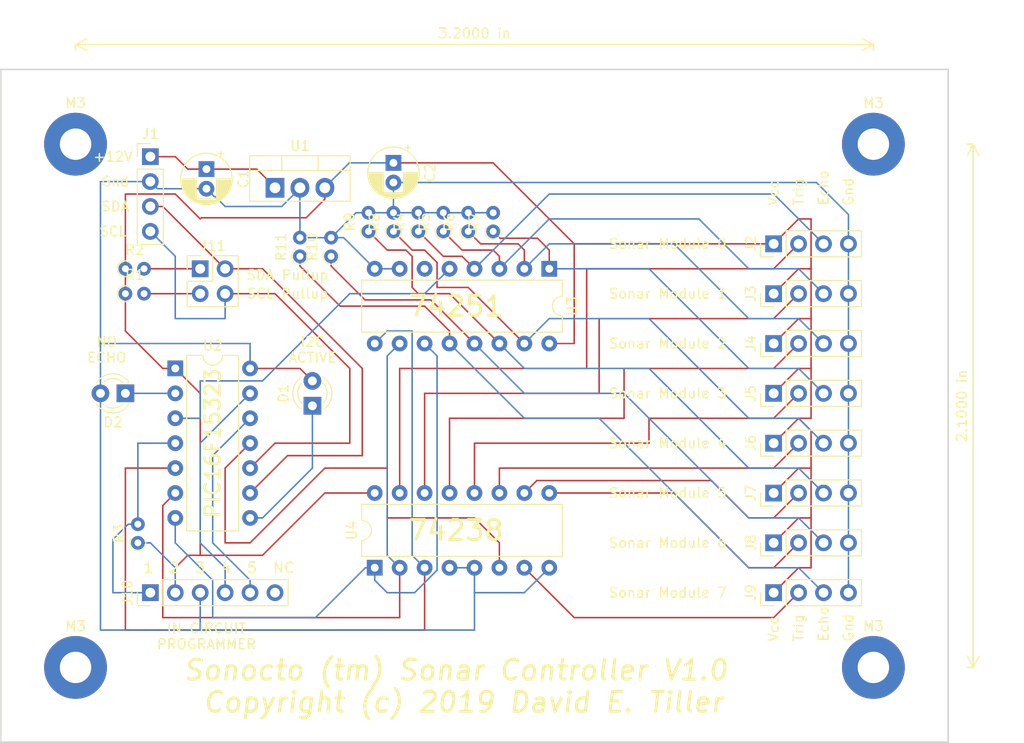
<source format=kicad_pcb>
(kicad_pcb (version 20171130) (host pcbnew "(5.1.0-0)")

  (general
    (thickness 1.6)
    (drawings 38)
    (tracks 306)
    (zones 0)
    (modules 34)
    (nets 36)
  )

  (page A4)
  (layers
    (0 Top signal)
    (31 Bottom signal)
    (34 B.Paste user)
    (35 F.Paste user)
    (36 B.SilkS user)
    (37 F.SilkS user)
    (38 B.Mask user)
    (39 F.Mask user)
    (40 Dwgs.User user)
    (41 Cmts.User user)
    (42 Eco1.User user)
    (43 Eco2.User user)
    (44 Edge.Cuts user)
    (45 Margin user)
    (46 B.CrtYd user)
    (47 F.CrtYd user)
  )

  (setup
    (last_trace_width 0.1524)
    (trace_clearance 0.1524)
    (zone_clearance 0.508)
    (zone_45_only no)
    (trace_min 0.1524)
    (via_size 0.508)
    (via_drill 0.254)
    (via_min_size 0.508)
    (via_min_drill 0.254)
    (uvia_size 0.508)
    (uvia_drill 0.254)
    (uvias_allowed no)
    (uvia_min_size 0.2)
    (uvia_min_drill 0.1)
    (edge_width 0.15)
    (segment_width 0.2)
    (pcb_text_width 0.3)
    (pcb_text_size 1.5 1.5)
    (mod_edge_width 0.15)
    (mod_text_size 1 1)
    (mod_text_width 0.15)
    (pad_size 1.524 1.524)
    (pad_drill 0.762)
    (pad_to_mask_clearance 0.0508)
    (aux_axis_origin 0 0)
    (grid_origin 91.44 124.46)
    (visible_elements FFFFFF7F)
    (pcbplotparams
      (layerselection 0x010f0_ffffffff)
      (usegerberextensions true)
      (usegerberattributes false)
      (usegerberadvancedattributes false)
      (creategerberjobfile false)
      (excludeedgelayer true)
      (linewidth 0.100000)
      (plotframeref false)
      (viasonmask false)
      (mode 1)
      (useauxorigin false)
      (hpglpennumber 1)
      (hpglpenspeed 20)
      (hpglpendiameter 15.000000)
      (psnegative false)
      (psa4output false)
      (plotreference true)
      (plotvalue true)
      (plotinvisibletext false)
      (padsonsilk false)
      (subtractmaskfromsilk false)
      (outputformat 1)
      (mirror false)
      (drillshape 0)
      (scaleselection 1)
      (outputdirectory "Gerber/"))
  )

  (net 0 "")
  (net 1 GND)
  (net 2 +12V)
  (net 3 +5V)
  (net 4 "Net-(D1-Pad1)")
  (net 5 "Net-(D2-Pad1)")
  (net 6 "Net-(J1-Pad4)")
  (net 7 "Net-(J1-Pad3)")
  (net 8 "Net-(J2-Pad3)")
  (net 9 "Net-(J2-Pad2)")
  (net 10 "Net-(J3-Pad3)")
  (net 11 "Net-(J3-Pad2)")
  (net 12 "Net-(J4-Pad3)")
  (net 13 "Net-(J4-Pad2)")
  (net 14 "Net-(J5-Pad3)")
  (net 15 "Net-(J5-Pad2)")
  (net 16 "Net-(J6-Pad3)")
  (net 17 "Net-(J6-Pad2)")
  (net 18 "Net-(J7-Pad3)")
  (net 19 "Net-(J7-Pad2)")
  (net 20 "Net-(J8-Pad3)")
  (net 21 "Net-(J8-Pad2)")
  (net 22 "Net-(J9-Pad3)")
  (net 23 "Net-(J9-Pad2)")
  (net 24 "Net-(J10-Pad6)")
  (net 25 "Net-(J10-Pad5)")
  (net 26 "Net-(J10-Pad4)")
  (net 27 "Net-(J10-Pad1)")
  (net 28 "Net-(U2-Pad7)")
  (net 29 "Net-(U2-Pad6)")
  (net 30 "Net-(U2-Pad5)")
  (net 31 "Net-(U2-Pad11)")
  (net 32 "Net-(U2-Pad3)")
  (net 33 "Net-(U3-Pad6)")
  (net 34 "Net-(J11-Pad3)")
  (net 35 "Net-(J11-Pad1)")

  (net_class Default "This is the default net class."
    (clearance 0.1524)
    (trace_width 0.1524)
    (via_dia 0.508)
    (via_drill 0.254)
    (uvia_dia 0.508)
    (uvia_drill 0.254)
    (diff_pair_width 0.1524)
    (diff_pair_gap 0.1524)
    (add_net +12V)
    (add_net +5V)
    (add_net GND)
    (add_net "Net-(D1-Pad1)")
    (add_net "Net-(D2-Pad1)")
    (add_net "Net-(J1-Pad3)")
    (add_net "Net-(J1-Pad4)")
    (add_net "Net-(J10-Pad1)")
    (add_net "Net-(J10-Pad4)")
    (add_net "Net-(J10-Pad5)")
    (add_net "Net-(J10-Pad6)")
    (add_net "Net-(J11-Pad1)")
    (add_net "Net-(J11-Pad3)")
    (add_net "Net-(J2-Pad2)")
    (add_net "Net-(J2-Pad3)")
    (add_net "Net-(J3-Pad2)")
    (add_net "Net-(J3-Pad3)")
    (add_net "Net-(J4-Pad2)")
    (add_net "Net-(J4-Pad3)")
    (add_net "Net-(J5-Pad2)")
    (add_net "Net-(J5-Pad3)")
    (add_net "Net-(J6-Pad2)")
    (add_net "Net-(J6-Pad3)")
    (add_net "Net-(J7-Pad2)")
    (add_net "Net-(J7-Pad3)")
    (add_net "Net-(J8-Pad2)")
    (add_net "Net-(J8-Pad3)")
    (add_net "Net-(J9-Pad2)")
    (add_net "Net-(J9-Pad3)")
    (add_net "Net-(U2-Pad11)")
    (add_net "Net-(U2-Pad3)")
    (add_net "Net-(U2-Pad5)")
    (add_net "Net-(U2-Pad6)")
    (add_net "Net-(U2-Pad7)")
    (add_net "Net-(U3-Pad6)")
  )

  (module MountingHole:MountingHole_3.2mm_M3_Pad (layer Top) (tedit 56D1B4CB) (tstamp 5CA87AA0)
    (at 180.34 116.84)
    (descr "Mounting Hole 3.2mm, M3")
    (tags "mounting hole 3.2mm m3")
    (attr virtual)
    (fp_text reference M3 (at 0 -4.2) (layer F.SilkS)
      (effects (font (size 1 1) (thickness 0.15)))
    )
    (fp_text value MountingHole_3.2mm_M3_Pad (at 0 4.2) (layer F.Fab)
      (effects (font (size 1 1) (thickness 0.15)))
    )
    (fp_circle (center 0 0) (end 3.45 0) (layer F.CrtYd) (width 0.05))
    (fp_circle (center 0 0) (end 3.2 0) (layer Cmts.User) (width 0.15))
    (fp_text user %R (at 0.3 0) (layer F.Fab)
      (effects (font (size 1 1) (thickness 0.15)))
    )
    (pad 1 thru_hole circle (at 0 0) (size 6.4 6.4) (drill 3.2) (layers *.Cu *.Mask))
  )

  (module MountingHole:MountingHole_3.2mm_M3_Pad (layer Top) (tedit 56D1B4CB) (tstamp 5CA87A7B)
    (at 99.06 116.84)
    (descr "Mounting Hole 3.2mm, M3")
    (tags "mounting hole 3.2mm m3")
    (attr virtual)
    (fp_text reference M3 (at 0 -4.2) (layer F.SilkS)
      (effects (font (size 1 1) (thickness 0.15)))
    )
    (fp_text value MountingHole_3.2mm_M3_Pad (at 0 4.2) (layer F.Fab)
      (effects (font (size 1 1) (thickness 0.15)))
    )
    (fp_circle (center 0 0) (end 3.45 0) (layer F.CrtYd) (width 0.05))
    (fp_circle (center 0 0) (end 3.2 0) (layer Cmts.User) (width 0.15))
    (fp_text user %R (at 0.3 0) (layer F.Fab)
      (effects (font (size 1 1) (thickness 0.15)))
    )
    (pad 1 thru_hole circle (at 0 0) (size 6.4 6.4) (drill 3.2) (layers *.Cu *.Mask))
  )

  (module MountingHole:MountingHole_3.2mm_M3_Pad (layer Top) (tedit 56D1B4CB) (tstamp 5CA87A39)
    (at 99.06 63.5)
    (descr "Mounting Hole 3.2mm, M3")
    (tags "mounting hole 3.2mm m3")
    (attr virtual)
    (fp_text reference M3 (at 0 -4.2) (layer F.SilkS)
      (effects (font (size 1 1) (thickness 0.15)))
    )
    (fp_text value MountingHole_3.2mm_M3_Pad (at 0 4.2) (layer F.Fab)
      (effects (font (size 1 1) (thickness 0.15)))
    )
    (fp_circle (center 0 0) (end 3.45 0) (layer F.CrtYd) (width 0.05))
    (fp_circle (center 0 0) (end 3.2 0) (layer Cmts.User) (width 0.15))
    (fp_text user %R (at 0.3 0) (layer F.Fab)
      (effects (font (size 1 1) (thickness 0.15)))
    )
    (pad 1 thru_hole circle (at 0 0) (size 6.4 6.4) (drill 3.2) (layers *.Cu *.Mask))
  )

  (module MountingHole:MountingHole_3.2mm_M3_Pad (layer Top) (tedit 56D1B4CB) (tstamp 5CA87A0C)
    (at 180.34 63.5)
    (descr "Mounting Hole 3.2mm, M3")
    (tags "mounting hole 3.2mm m3")
    (attr virtual)
    (fp_text reference M3 (at 0 -4.2) (layer F.SilkS)
      (effects (font (size 1 1) (thickness 0.15)))
    )
    (fp_text value MountingHole_3.2mm_M3_Pad (at 0 4.2) (layer F.Fab)
      (effects (font (size 1 1) (thickness 0.15)))
    )
    (fp_circle (center 0 0) (end 3.45 0) (layer F.CrtYd) (width 0.05))
    (fp_circle (center 0 0) (end 3.2 0) (layer Cmts.User) (width 0.15))
    (fp_text user %R (at 0.3 0) (layer F.Fab)
      (effects (font (size 1 1) (thickness 0.15)))
    )
    (pad 1 thru_hole circle (at 0 0) (size 6.4 6.4) (drill 3.2) (layers *.Cu *.Mask))
  )

  (module Connector_PinHeader_2.54mm:PinHeader_2x02_P2.54mm_Vertical (layer Top) (tedit 59FED5CC) (tstamp 5CA80F42)
    (at 111.76 76.2)
    (descr "Through hole straight pin header, 2x02, 2.54mm pitch, double rows")
    (tags "Through hole pin header THT 2x02 2.54mm double row")
    (path /5CAA9E90)
    (fp_text reference J11 (at 1.27 -2.33) (layer F.SilkS)
      (effects (font (size 1 1) (thickness 0.15)))
    )
    (fp_text value Conn_02x02_Odd_Even (at 1.27 4.87) (layer F.Fab)
      (effects (font (size 1 1) (thickness 0.15)))
    )
    (fp_text user %R (at 1.27 1.27 90) (layer F.Fab)
      (effects (font (size 1 1) (thickness 0.15)))
    )
    (fp_line (start 4.35 -1.8) (end -1.8 -1.8) (layer F.CrtYd) (width 0.05))
    (fp_line (start 4.35 4.35) (end 4.35 -1.8) (layer F.CrtYd) (width 0.05))
    (fp_line (start -1.8 4.35) (end 4.35 4.35) (layer F.CrtYd) (width 0.05))
    (fp_line (start -1.8 -1.8) (end -1.8 4.35) (layer F.CrtYd) (width 0.05))
    (fp_line (start -1.33 -1.33) (end 0 -1.33) (layer F.SilkS) (width 0.12))
    (fp_line (start -1.33 0) (end -1.33 -1.33) (layer F.SilkS) (width 0.12))
    (fp_line (start 1.27 -1.33) (end 3.87 -1.33) (layer F.SilkS) (width 0.12))
    (fp_line (start 1.27 1.27) (end 1.27 -1.33) (layer F.SilkS) (width 0.12))
    (fp_line (start -1.33 1.27) (end 1.27 1.27) (layer F.SilkS) (width 0.12))
    (fp_line (start 3.87 -1.33) (end 3.87 3.87) (layer F.SilkS) (width 0.12))
    (fp_line (start -1.33 1.27) (end -1.33 3.87) (layer F.SilkS) (width 0.12))
    (fp_line (start -1.33 3.87) (end 3.87 3.87) (layer F.SilkS) (width 0.12))
    (fp_line (start -1.27 0) (end 0 -1.27) (layer F.Fab) (width 0.1))
    (fp_line (start -1.27 3.81) (end -1.27 0) (layer F.Fab) (width 0.1))
    (fp_line (start 3.81 3.81) (end -1.27 3.81) (layer F.Fab) (width 0.1))
    (fp_line (start 3.81 -1.27) (end 3.81 3.81) (layer F.Fab) (width 0.1))
    (fp_line (start 0 -1.27) (end 3.81 -1.27) (layer F.Fab) (width 0.1))
    (pad 4 thru_hole oval (at 2.54 2.54) (size 1.7 1.7) (drill 1) (layers *.Cu *.Mask)
      (net 6 "Net-(J1-Pad4)"))
    (pad 3 thru_hole oval (at 0 2.54) (size 1.7 1.7) (drill 1) (layers *.Cu *.Mask)
      (net 34 "Net-(J11-Pad3)"))
    (pad 2 thru_hole oval (at 2.54 0) (size 1.7 1.7) (drill 1) (layers *.Cu *.Mask)
      (net 7 "Net-(J1-Pad3)"))
    (pad 1 thru_hole rect (at 0 0) (size 1.7 1.7) (drill 1) (layers *.Cu *.Mask)
      (net 35 "Net-(J11-Pad1)"))
    (model ${KISYS3DMOD}/Connector_PinHeader_2.54mm.3dshapes/PinHeader_2x02_P2.54mm_Vertical.wrl
      (at (xyz 0 0 0))
      (scale (xyz 1 1 1))
      (rotate (xyz 0 0 0))
    )
  )

  (module Resistor_THT:R_Axial_DIN0204_L3.6mm_D1.6mm_P1.90mm_Vertical (layer Top) (tedit 5AE5139B) (tstamp 5CA7F13C)
    (at 121.92 74.93 90)
    (descr "Resistor, Axial_DIN0204 series, Axial, Vertical, pin pitch=1.9mm, 0.167W, length*diameter=3.6*1.6mm^2, http://cdn-reichelt.de/documents/datenblatt/B400/1_4W%23YAG.pdf")
    (tags "Resistor Axial_DIN0204 series Axial Vertical pin pitch 1.9mm 0.167W length 3.6mm diameter 1.6mm")
    (path /5CB9E4E4)
    (fp_text reference R11 (at 0.95 -1.92 90) (layer F.SilkS)
      (effects (font (size 1 1) (thickness 0.15)))
    )
    (fp_text value 10k (at 0.95 1.92 90) (layer F.Fab)
      (effects (font (size 1 1) (thickness 0.15)))
    )
    (fp_text user %R (at 0.95 -1.92 90) (layer F.Fab)
      (effects (font (size 1 1) (thickness 0.15)))
    )
    (fp_line (start 2.86 -1.05) (end -1.05 -1.05) (layer F.CrtYd) (width 0.05))
    (fp_line (start 2.86 1.05) (end 2.86 -1.05) (layer F.CrtYd) (width 0.05))
    (fp_line (start -1.05 1.05) (end 2.86 1.05) (layer F.CrtYd) (width 0.05))
    (fp_line (start -1.05 -1.05) (end -1.05 1.05) (layer F.CrtYd) (width 0.05))
    (fp_line (start 0 0) (end 1.9 0) (layer F.Fab) (width 0.1))
    (fp_circle (center 0 0) (end 0.8 0) (layer F.Fab) (width 0.1))
    (fp_arc (start 0 0) (end 0.417133 -0.7) (angle -233.92106) (layer F.SilkS) (width 0.12))
    (pad 2 thru_hole oval (at 1.9 0 90) (size 1.4 1.4) (drill 0.7) (layers *.Cu *.Mask)
      (net 1 GND))
    (pad 1 thru_hole circle (at 0 0 90) (size 1.4 1.4) (drill 0.7) (layers *.Cu *.Mask)
      (net 22 "Net-(J9-Pad3)"))
    (model ${KISYS3DMOD}/Resistor_THT.3dshapes/R_Axial_DIN0204_L3.6mm_D1.6mm_P1.90mm_Vertical.wrl
      (at (xyz 0 0 0))
      (scale (xyz 1 1 1))
      (rotate (xyz 0 0 0))
    )
  )

  (module Resistor_THT:R_Axial_DIN0204_L3.6mm_D1.6mm_P1.90mm_Vertical (layer Top) (tedit 5AE5139B) (tstamp 5CA7F12E)
    (at 125.095 74.93 90)
    (descr "Resistor, Axial_DIN0204 series, Axial, Vertical, pin pitch=1.9mm, 0.167W, length*diameter=3.6*1.6mm^2, http://cdn-reichelt.de/documents/datenblatt/B400/1_4W%23YAG.pdf")
    (tags "Resistor Axial_DIN0204 series Axial Vertical pin pitch 1.9mm 0.167W length 3.6mm diameter 1.6mm")
    (path /5CB9299F)
    (fp_text reference R10 (at 0.95 -1.92 90) (layer F.SilkS)
      (effects (font (size 1 1) (thickness 0.15)))
    )
    (fp_text value 10k (at 0.95 1.92 90) (layer F.Fab)
      (effects (font (size 1 1) (thickness 0.15)))
    )
    (fp_text user %R (at 0.95 -1.92 90) (layer F.Fab)
      (effects (font (size 1 1) (thickness 0.15)))
    )
    (fp_line (start 2.86 -1.05) (end -1.05 -1.05) (layer F.CrtYd) (width 0.05))
    (fp_line (start 2.86 1.05) (end 2.86 -1.05) (layer F.CrtYd) (width 0.05))
    (fp_line (start -1.05 1.05) (end 2.86 1.05) (layer F.CrtYd) (width 0.05))
    (fp_line (start -1.05 -1.05) (end -1.05 1.05) (layer F.CrtYd) (width 0.05))
    (fp_line (start 0 0) (end 1.9 0) (layer F.Fab) (width 0.1))
    (fp_circle (center 0 0) (end 0.8 0) (layer F.Fab) (width 0.1))
    (fp_arc (start 0 0) (end 0.417133 -0.7) (angle -233.92106) (layer F.SilkS) (width 0.12))
    (pad 2 thru_hole oval (at 1.9 0 90) (size 1.4 1.4) (drill 0.7) (layers *.Cu *.Mask)
      (net 1 GND))
    (pad 1 thru_hole circle (at 0 0 90) (size 1.4 1.4) (drill 0.7) (layers *.Cu *.Mask)
      (net 20 "Net-(J8-Pad3)"))
    (model ${KISYS3DMOD}/Resistor_THT.3dshapes/R_Axial_DIN0204_L3.6mm_D1.6mm_P1.90mm_Vertical.wrl
      (at (xyz 0 0 0))
      (scale (xyz 1 1 1))
      (rotate (xyz 0 0 0))
    )
  )

  (module Resistor_THT:R_Axial_DIN0204_L3.6mm_D1.6mm_P1.90mm_Vertical (layer Top) (tedit 5AE5139B) (tstamp 5CA7F120)
    (at 128.905 72.39 90)
    (descr "Resistor, Axial_DIN0204 series, Axial, Vertical, pin pitch=1.9mm, 0.167W, length*diameter=3.6*1.6mm^2, http://cdn-reichelt.de/documents/datenblatt/B400/1_4W%23YAG.pdf")
    (tags "Resistor Axial_DIN0204 series Axial Vertical pin pitch 1.9mm 0.167W length 3.6mm diameter 1.6mm")
    (path /5CB91EE6)
    (fp_text reference R9 (at 0.95 -1.92 90) (layer F.SilkS)
      (effects (font (size 1 1) (thickness 0.15)))
    )
    (fp_text value 10k (at 0.95 1.92 90) (layer F.Fab)
      (effects (font (size 1 1) (thickness 0.15)))
    )
    (fp_text user %R (at 0.95 -1.92 90) (layer F.Fab)
      (effects (font (size 1 1) (thickness 0.15)))
    )
    (fp_line (start 2.86 -1.05) (end -1.05 -1.05) (layer F.CrtYd) (width 0.05))
    (fp_line (start 2.86 1.05) (end 2.86 -1.05) (layer F.CrtYd) (width 0.05))
    (fp_line (start -1.05 1.05) (end 2.86 1.05) (layer F.CrtYd) (width 0.05))
    (fp_line (start -1.05 -1.05) (end -1.05 1.05) (layer F.CrtYd) (width 0.05))
    (fp_line (start 0 0) (end 1.9 0) (layer F.Fab) (width 0.1))
    (fp_circle (center 0 0) (end 0.8 0) (layer F.Fab) (width 0.1))
    (fp_arc (start 0 0) (end 0.417133 -0.7) (angle -233.92106) (layer F.SilkS) (width 0.12))
    (pad 2 thru_hole oval (at 1.9 0 90) (size 1.4 1.4) (drill 0.7) (layers *.Cu *.Mask)
      (net 1 GND))
    (pad 1 thru_hole circle (at 0 0 90) (size 1.4 1.4) (drill 0.7) (layers *.Cu *.Mask)
      (net 18 "Net-(J7-Pad3)"))
    (model ${KISYS3DMOD}/Resistor_THT.3dshapes/R_Axial_DIN0204_L3.6mm_D1.6mm_P1.90mm_Vertical.wrl
      (at (xyz 0 0 0))
      (scale (xyz 1 1 1))
      (rotate (xyz 0 0 0))
    )
  )

  (module Resistor_THT:R_Axial_DIN0204_L3.6mm_D1.6mm_P1.90mm_Vertical (layer Top) (tedit 5AE5139B) (tstamp 5CA7F112)
    (at 131.445 72.39 90)
    (descr "Resistor, Axial_DIN0204 series, Axial, Vertical, pin pitch=1.9mm, 0.167W, length*diameter=3.6*1.6mm^2, http://cdn-reichelt.de/documents/datenblatt/B400/1_4W%23YAG.pdf")
    (tags "Resistor Axial_DIN0204 series Axial Vertical pin pitch 1.9mm 0.167W length 3.6mm diameter 1.6mm")
    (path /5CB9194E)
    (fp_text reference R8 (at 0.95 -1.92 90) (layer F.SilkS)
      (effects (font (size 1 1) (thickness 0.15)))
    )
    (fp_text value 10k (at 0.95 1.92 90) (layer F.Fab)
      (effects (font (size 1 1) (thickness 0.15)))
    )
    (fp_text user %R (at 0.95 -1.92 90) (layer F.Fab)
      (effects (font (size 1 1) (thickness 0.15)))
    )
    (fp_line (start 2.86 -1.05) (end -1.05 -1.05) (layer F.CrtYd) (width 0.05))
    (fp_line (start 2.86 1.05) (end 2.86 -1.05) (layer F.CrtYd) (width 0.05))
    (fp_line (start -1.05 1.05) (end 2.86 1.05) (layer F.CrtYd) (width 0.05))
    (fp_line (start -1.05 -1.05) (end -1.05 1.05) (layer F.CrtYd) (width 0.05))
    (fp_line (start 0 0) (end 1.9 0) (layer F.Fab) (width 0.1))
    (fp_circle (center 0 0) (end 0.8 0) (layer F.Fab) (width 0.1))
    (fp_arc (start 0 0) (end 0.417133 -0.7) (angle -233.92106) (layer F.SilkS) (width 0.12))
    (pad 2 thru_hole oval (at 1.9 0 90) (size 1.4 1.4) (drill 0.7) (layers *.Cu *.Mask)
      (net 1 GND))
    (pad 1 thru_hole circle (at 0 0 90) (size 1.4 1.4) (drill 0.7) (layers *.Cu *.Mask)
      (net 16 "Net-(J6-Pad3)"))
    (model ${KISYS3DMOD}/Resistor_THT.3dshapes/R_Axial_DIN0204_L3.6mm_D1.6mm_P1.90mm_Vertical.wrl
      (at (xyz 0 0 0))
      (scale (xyz 1 1 1))
      (rotate (xyz 0 0 0))
    )
  )

  (module Resistor_THT:R_Axial_DIN0204_L3.6mm_D1.6mm_P1.90mm_Vertical (layer Top) (tedit 5AE5139B) (tstamp 5CA7F104)
    (at 141.605 72.39 90)
    (descr "Resistor, Axial_DIN0204 series, Axial, Vertical, pin pitch=1.9mm, 0.167W, length*diameter=3.6*1.6mm^2, http://cdn-reichelt.de/documents/datenblatt/B400/1_4W%23YAG.pdf")
    (tags "Resistor Axial_DIN0204 series Axial Vertical pin pitch 1.9mm 0.167W length 3.6mm diameter 1.6mm")
    (path /5CB38471)
    (fp_text reference R7 (at 0.95 -1.92 90) (layer F.SilkS)
      (effects (font (size 1 1) (thickness 0.15)))
    )
    (fp_text value 10k (at 0.95 1.92 90) (layer F.Fab)
      (effects (font (size 1 1) (thickness 0.15)))
    )
    (fp_text user %R (at 0.95 -1.92 90) (layer F.Fab)
      (effects (font (size 1 1) (thickness 0.15)))
    )
    (fp_line (start 2.86 -1.05) (end -1.05 -1.05) (layer F.CrtYd) (width 0.05))
    (fp_line (start 2.86 1.05) (end 2.86 -1.05) (layer F.CrtYd) (width 0.05))
    (fp_line (start -1.05 1.05) (end 2.86 1.05) (layer F.CrtYd) (width 0.05))
    (fp_line (start -1.05 -1.05) (end -1.05 1.05) (layer F.CrtYd) (width 0.05))
    (fp_line (start 0 0) (end 1.9 0) (layer F.Fab) (width 0.1))
    (fp_circle (center 0 0) (end 0.8 0) (layer F.Fab) (width 0.1))
    (fp_arc (start 0 0) (end 0.417133 -0.7) (angle -233.92106) (layer F.SilkS) (width 0.12))
    (pad 2 thru_hole oval (at 1.9 0 90) (size 1.4 1.4) (drill 0.7) (layers *.Cu *.Mask)
      (net 1 GND))
    (pad 1 thru_hole circle (at 0 0 90) (size 1.4 1.4) (drill 0.7) (layers *.Cu *.Mask)
      (net 14 "Net-(J5-Pad3)"))
    (model ${KISYS3DMOD}/Resistor_THT.3dshapes/R_Axial_DIN0204_L3.6mm_D1.6mm_P1.90mm_Vertical.wrl
      (at (xyz 0 0 0))
      (scale (xyz 1 1 1))
      (rotate (xyz 0 0 0))
    )
  )

  (module Resistor_THT:R_Axial_DIN0204_L3.6mm_D1.6mm_P1.90mm_Vertical (layer Top) (tedit 5AE5139B) (tstamp 5CA7F0F6)
    (at 139.065 72.39 90)
    (descr "Resistor, Axial_DIN0204 series, Axial, Vertical, pin pitch=1.9mm, 0.167W, length*diameter=3.6*1.6mm^2, http://cdn-reichelt.de/documents/datenblatt/B400/1_4W%23YAG.pdf")
    (tags "Resistor Axial_DIN0204 series Axial Vertical pin pitch 1.9mm 0.167W length 3.6mm diameter 1.6mm")
    (path /5CB37BF9)
    (fp_text reference R6 (at 0.95 -1.92 90) (layer F.SilkS)
      (effects (font (size 1 1) (thickness 0.15)))
    )
    (fp_text value 10k (at 0.95 1.92 90) (layer F.Fab)
      (effects (font (size 1 1) (thickness 0.15)))
    )
    (fp_text user %R (at 0.95 -1.92 90) (layer F.Fab)
      (effects (font (size 1 1) (thickness 0.15)))
    )
    (fp_line (start 2.86 -1.05) (end -1.05 -1.05) (layer F.CrtYd) (width 0.05))
    (fp_line (start 2.86 1.05) (end 2.86 -1.05) (layer F.CrtYd) (width 0.05))
    (fp_line (start -1.05 1.05) (end 2.86 1.05) (layer F.CrtYd) (width 0.05))
    (fp_line (start -1.05 -1.05) (end -1.05 1.05) (layer F.CrtYd) (width 0.05))
    (fp_line (start 0 0) (end 1.9 0) (layer F.Fab) (width 0.1))
    (fp_circle (center 0 0) (end 0.8 0) (layer F.Fab) (width 0.1))
    (fp_arc (start 0 0) (end 0.417133 -0.7) (angle -233.92106) (layer F.SilkS) (width 0.12))
    (pad 2 thru_hole oval (at 1.9 0 90) (size 1.4 1.4) (drill 0.7) (layers *.Cu *.Mask)
      (net 1 GND))
    (pad 1 thru_hole circle (at 0 0 90) (size 1.4 1.4) (drill 0.7) (layers *.Cu *.Mask)
      (net 12 "Net-(J4-Pad3)"))
    (model ${KISYS3DMOD}/Resistor_THT.3dshapes/R_Axial_DIN0204_L3.6mm_D1.6mm_P1.90mm_Vertical.wrl
      (at (xyz 0 0 0))
      (scale (xyz 1 1 1))
      (rotate (xyz 0 0 0))
    )
  )

  (module Resistor_THT:R_Axial_DIN0204_L3.6mm_D1.6mm_P1.90mm_Vertical (layer Top) (tedit 5AE5139B) (tstamp 5CA7F0E8)
    (at 136.525 72.385 90)
    (descr "Resistor, Axial_DIN0204 series, Axial, Vertical, pin pitch=1.9mm, 0.167W, length*diameter=3.6*1.6mm^2, http://cdn-reichelt.de/documents/datenblatt/B400/1_4W%23YAG.pdf")
    (tags "Resistor Axial_DIN0204 series Axial Vertical pin pitch 1.9mm 0.167W length 3.6mm diameter 1.6mm")
    (path /5CB370DB)
    (fp_text reference R5 (at 0.95 -1.92 90) (layer F.SilkS)
      (effects (font (size 1 1) (thickness 0.15)))
    )
    (fp_text value 10k (at 0.95 1.92 90) (layer F.Fab)
      (effects (font (size 1 1) (thickness 0.15)))
    )
    (fp_text user %R (at 0.95 -1.92 90) (layer F.Fab)
      (effects (font (size 1 1) (thickness 0.15)))
    )
    (fp_line (start 2.86 -1.05) (end -1.05 -1.05) (layer F.CrtYd) (width 0.05))
    (fp_line (start 2.86 1.05) (end 2.86 -1.05) (layer F.CrtYd) (width 0.05))
    (fp_line (start -1.05 1.05) (end 2.86 1.05) (layer F.CrtYd) (width 0.05))
    (fp_line (start -1.05 -1.05) (end -1.05 1.05) (layer F.CrtYd) (width 0.05))
    (fp_line (start 0 0) (end 1.9 0) (layer F.Fab) (width 0.1))
    (fp_circle (center 0 0) (end 0.8 0) (layer F.Fab) (width 0.1))
    (fp_arc (start 0 0) (end 0.417133 -0.7) (angle -233.92106) (layer F.SilkS) (width 0.12))
    (pad 2 thru_hole oval (at 1.9 0 90) (size 1.4 1.4) (drill 0.7) (layers *.Cu *.Mask)
      (net 1 GND))
    (pad 1 thru_hole circle (at 0 0 90) (size 1.4 1.4) (drill 0.7) (layers *.Cu *.Mask)
      (net 10 "Net-(J3-Pad3)"))
    (model ${KISYS3DMOD}/Resistor_THT.3dshapes/R_Axial_DIN0204_L3.6mm_D1.6mm_P1.90mm_Vertical.wrl
      (at (xyz 0 0 0))
      (scale (xyz 1 1 1))
      (rotate (xyz 0 0 0))
    )
  )

  (module Resistor_THT:R_Axial_DIN0204_L3.6mm_D1.6mm_P1.90mm_Vertical (layer Top) (tedit 5AE5139B) (tstamp 5CA7F0DA)
    (at 133.985 72.39 90)
    (descr "Resistor, Axial_DIN0204 series, Axial, Vertical, pin pitch=1.9mm, 0.167W, length*diameter=3.6*1.6mm^2, http://cdn-reichelt.de/documents/datenblatt/B400/1_4W%23YAG.pdf")
    (tags "Resistor Axial_DIN0204 series Axial Vertical pin pitch 1.9mm 0.167W length 3.6mm diameter 1.6mm")
    (path /5CB36306)
    (fp_text reference R4 (at 0.95 -1.92 90) (layer F.SilkS)
      (effects (font (size 1 1) (thickness 0.15)))
    )
    (fp_text value 10k (at 0.95 1.92 90) (layer F.Fab)
      (effects (font (size 1 1) (thickness 0.15)))
    )
    (fp_text user %R (at 0.95 -1.92 90) (layer F.Fab)
      (effects (font (size 1 1) (thickness 0.15)))
    )
    (fp_line (start 2.86 -1.05) (end -1.05 -1.05) (layer F.CrtYd) (width 0.05))
    (fp_line (start 2.86 1.05) (end 2.86 -1.05) (layer F.CrtYd) (width 0.05))
    (fp_line (start -1.05 1.05) (end 2.86 1.05) (layer F.CrtYd) (width 0.05))
    (fp_line (start -1.05 -1.05) (end -1.05 1.05) (layer F.CrtYd) (width 0.05))
    (fp_line (start 0 0) (end 1.9 0) (layer F.Fab) (width 0.1))
    (fp_circle (center 0 0) (end 0.8 0) (layer F.Fab) (width 0.1))
    (fp_arc (start 0 0) (end 0.417133 -0.7) (angle -233.92106) (layer F.SilkS) (width 0.12))
    (pad 2 thru_hole oval (at 1.9 0 90) (size 1.4 1.4) (drill 0.7) (layers *.Cu *.Mask)
      (net 1 GND))
    (pad 1 thru_hole circle (at 0 0 90) (size 1.4 1.4) (drill 0.7) (layers *.Cu *.Mask)
      (net 8 "Net-(J2-Pad3)"))
    (model ${KISYS3DMOD}/Resistor_THT.3dshapes/R_Axial_DIN0204_L3.6mm_D1.6mm_P1.90mm_Vertical.wrl
      (at (xyz 0 0 0))
      (scale (xyz 1 1 1))
      (rotate (xyz 0 0 0))
    )
  )

  (module Resistor_THT:R_Axial_DIN0204_L3.6mm_D1.6mm_P1.90mm_Vertical (layer Top) (tedit 5AE5139B) (tstamp 5CA7C2C7)
    (at 105.41 104.14 90)
    (descr "Resistor, Axial_DIN0204 series, Axial, Vertical, pin pitch=1.9mm, 0.167W, length*diameter=3.6*1.6mm^2, http://cdn-reichelt.de/documents/datenblatt/B400/1_4W%23YAG.pdf")
    (tags "Resistor Axial_DIN0204 series Axial Vertical pin pitch 1.9mm 0.167W length 3.6mm diameter 1.6mm")
    (path /5CA8511D)
    (fp_text reference R3 (at 0.95 -1.92 90) (layer F.SilkS)
      (effects (font (size 1 1) (thickness 0.15)))
    )
    (fp_text value 10k (at 0.95 1.92 90) (layer F.Fab)
      (effects (font (size 1 1) (thickness 0.15)))
    )
    (fp_text user %R (at 0.95 -1.92 90) (layer F.Fab)
      (effects (font (size 1 1) (thickness 0.15)))
    )
    (fp_line (start 2.86 -1.05) (end -1.05 -1.05) (layer F.CrtYd) (width 0.05))
    (fp_line (start 2.86 1.05) (end 2.86 -1.05) (layer F.CrtYd) (width 0.05))
    (fp_line (start -1.05 1.05) (end 2.86 1.05) (layer F.CrtYd) (width 0.05))
    (fp_line (start -1.05 -1.05) (end -1.05 1.05) (layer F.CrtYd) (width 0.05))
    (fp_line (start 0 0) (end 1.9 0) (layer F.Fab) (width 0.1))
    (fp_circle (center 0 0) (end 0.8 0) (layer F.Fab) (width 0.1))
    (fp_arc (start 0 0) (end 0.417133 -0.7) (angle -233.92106) (layer F.SilkS) (width 0.12))
    (pad 2 thru_hole oval (at 1.9 0 90) (size 1.4 1.4) (drill 0.7) (layers *.Cu *.Mask)
      (net 27 "Net-(J10-Pad1)"))
    (pad 1 thru_hole circle (at 0 0 90) (size 1.4 1.4) (drill 0.7) (layers *.Cu *.Mask)
      (net 3 +5V))
    (model ${KISYS3DMOD}/Resistor_THT.3dshapes/R_Axial_DIN0204_L3.6mm_D1.6mm_P1.90mm_Vertical.wrl
      (at (xyz 0 0 0))
      (scale (xyz 1 1 1))
      (rotate (xyz 0 0 0))
    )
  )

  (module Resistor_THT:R_Axial_DIN0204_L3.6mm_D1.6mm_P1.90mm_Vertical (layer Top) (tedit 5AE5139B) (tstamp 5CA7C2B9)
    (at 104.14 76.2)
    (descr "Resistor, Axial_DIN0204 series, Axial, Vertical, pin pitch=1.9mm, 0.167W, length*diameter=3.6*1.6mm^2, http://cdn-reichelt.de/documents/datenblatt/B400/1_4W%23YAG.pdf")
    (tags "Resistor Axial_DIN0204 series Axial Vertical pin pitch 1.9mm 0.167W length 3.6mm diameter 1.6mm")
    (path /5CA9B12A)
    (fp_text reference R2 (at 0.95 -1.92) (layer F.SilkS)
      (effects (font (size 1 1) (thickness 0.15)))
    )
    (fp_text value 4.7k (at 0.95 1.92) (layer F.Fab)
      (effects (font (size 1 1) (thickness 0.15)))
    )
    (fp_text user %R (at 0.95 -1.92) (layer F.Fab)
      (effects (font (size 1 1) (thickness 0.15)))
    )
    (fp_line (start 2.86 -1.05) (end -1.05 -1.05) (layer F.CrtYd) (width 0.05))
    (fp_line (start 2.86 1.05) (end 2.86 -1.05) (layer F.CrtYd) (width 0.05))
    (fp_line (start -1.05 1.05) (end 2.86 1.05) (layer F.CrtYd) (width 0.05))
    (fp_line (start -1.05 -1.05) (end -1.05 1.05) (layer F.CrtYd) (width 0.05))
    (fp_line (start 0 0) (end 1.9 0) (layer F.Fab) (width 0.1))
    (fp_circle (center 0 0) (end 0.8 0) (layer F.Fab) (width 0.1))
    (fp_arc (start 0 0) (end 0.417133 -0.7) (angle -233.92106) (layer F.SilkS) (width 0.12))
    (pad 2 thru_hole oval (at 1.9 0) (size 1.4 1.4) (drill 0.7) (layers *.Cu *.Mask)
      (net 35 "Net-(J11-Pad1)"))
    (pad 1 thru_hole circle (at 0 0) (size 1.4 1.4) (drill 0.7) (layers *.Cu *.Mask)
      (net 3 +5V))
    (model ${KISYS3DMOD}/Resistor_THT.3dshapes/R_Axial_DIN0204_L3.6mm_D1.6mm_P1.90mm_Vertical.wrl
      (at (xyz 0 0 0))
      (scale (xyz 1 1 1))
      (rotate (xyz 0 0 0))
    )
  )

  (module Resistor_THT:R_Axial_DIN0204_L3.6mm_D1.6mm_P1.90mm_Vertical (layer Top) (tedit 5AE5139B) (tstamp 5CA7C2AB)
    (at 104.14 78.74)
    (descr "Resistor, Axial_DIN0204 series, Axial, Vertical, pin pitch=1.9mm, 0.167W, length*diameter=3.6*1.6mm^2, http://cdn-reichelt.de/documents/datenblatt/B400/1_4W%23YAG.pdf")
    (tags "Resistor Axial_DIN0204 series Axial Vertical pin pitch 1.9mm 0.167W length 3.6mm diameter 1.6mm")
    (path /5CA9A3D3)
    (fp_text reference R1 (at 0.95 -1.92) (layer F.SilkS)
      (effects (font (size 1 1) (thickness 0.15)))
    )
    (fp_text value 4.7k (at 0.95 1.92) (layer F.Fab)
      (effects (font (size 1 1) (thickness 0.15)))
    )
    (fp_text user %R (at 0.95 -1.92) (layer F.Fab)
      (effects (font (size 1 1) (thickness 0.15)))
    )
    (fp_line (start 2.86 -1.05) (end -1.05 -1.05) (layer F.CrtYd) (width 0.05))
    (fp_line (start 2.86 1.05) (end 2.86 -1.05) (layer F.CrtYd) (width 0.05))
    (fp_line (start -1.05 1.05) (end 2.86 1.05) (layer F.CrtYd) (width 0.05))
    (fp_line (start -1.05 -1.05) (end -1.05 1.05) (layer F.CrtYd) (width 0.05))
    (fp_line (start 0 0) (end 1.9 0) (layer F.Fab) (width 0.1))
    (fp_circle (center 0 0) (end 0.8 0) (layer F.Fab) (width 0.1))
    (fp_arc (start 0 0) (end 0.417133 -0.7) (angle -233.92106) (layer F.SilkS) (width 0.12))
    (pad 2 thru_hole oval (at 1.9 0) (size 1.4 1.4) (drill 0.7) (layers *.Cu *.Mask)
      (net 34 "Net-(J11-Pad3)"))
    (pad 1 thru_hole circle (at 0 0) (size 1.4 1.4) (drill 0.7) (layers *.Cu *.Mask)
      (net 3 +5V))
    (model ${KISYS3DMOD}/Resistor_THT.3dshapes/R_Axial_DIN0204_L3.6mm_D1.6mm_P1.90mm_Vertical.wrl
      (at (xyz 0 0 0))
      (scale (xyz 1 1 1))
      (rotate (xyz 0 0 0))
    )
  )

  (module Package_DIP:DIP-16_W7.62mm (layer Top) (tedit 5A02E8C5) (tstamp 5C981F4C)
    (at 129.54 106.68 90)
    (descr "16-lead though-hole mounted DIP package, row spacing 7.62 mm (300 mils)")
    (tags "THT DIP DIL PDIP 2.54mm 7.62mm 300mil")
    (path /5C9A824C)
    (fp_text reference U4 (at 3.81 -2.33 90) (layer F.SilkS)
      (effects (font (size 1 1) (thickness 0.15)))
    )
    (fp_text value 74HC238 (at 3.81 20.11 90) (layer F.Fab)
      (effects (font (size 1 1) (thickness 0.15)))
    )
    (fp_text user %R (at 3.81 8.89 90) (layer F.Fab)
      (effects (font (size 1 1) (thickness 0.15)))
    )
    (fp_line (start 8.7 -1.55) (end -1.1 -1.55) (layer F.CrtYd) (width 0.05))
    (fp_line (start 8.7 19.3) (end 8.7 -1.55) (layer F.CrtYd) (width 0.05))
    (fp_line (start -1.1 19.3) (end 8.7 19.3) (layer F.CrtYd) (width 0.05))
    (fp_line (start -1.1 -1.55) (end -1.1 19.3) (layer F.CrtYd) (width 0.05))
    (fp_line (start 6.46 -1.33) (end 4.81 -1.33) (layer F.SilkS) (width 0.12))
    (fp_line (start 6.46 19.11) (end 6.46 -1.33) (layer F.SilkS) (width 0.12))
    (fp_line (start 1.16 19.11) (end 6.46 19.11) (layer F.SilkS) (width 0.12))
    (fp_line (start 1.16 -1.33) (end 1.16 19.11) (layer F.SilkS) (width 0.12))
    (fp_line (start 2.81 -1.33) (end 1.16 -1.33) (layer F.SilkS) (width 0.12))
    (fp_line (start 0.635 -0.27) (end 1.635 -1.27) (layer F.Fab) (width 0.1))
    (fp_line (start 0.635 19.05) (end 0.635 -0.27) (layer F.Fab) (width 0.1))
    (fp_line (start 6.985 19.05) (end 0.635 19.05) (layer F.Fab) (width 0.1))
    (fp_line (start 6.985 -1.27) (end 6.985 19.05) (layer F.Fab) (width 0.1))
    (fp_line (start 1.635 -1.27) (end 6.985 -1.27) (layer F.Fab) (width 0.1))
    (fp_arc (start 3.81 -1.33) (end 2.81 -1.33) (angle -180) (layer F.SilkS) (width 0.12))
    (pad 16 thru_hole oval (at 7.62 0 90) (size 1.6 1.6) (drill 0.8) (layers *.Cu *.Mask)
      (net 3 +5V))
    (pad 8 thru_hole oval (at 0 17.78 90) (size 1.6 1.6) (drill 0.8) (layers *.Cu *.Mask)
      (net 1 GND))
    (pad 15 thru_hole oval (at 7.62 2.54 90) (size 1.6 1.6) (drill 0.8) (layers *.Cu *.Mask)
      (net 9 "Net-(J2-Pad2)"))
    (pad 7 thru_hole oval (at 0 15.24 90) (size 1.6 1.6) (drill 0.8) (layers *.Cu *.Mask)
      (net 23 "Net-(J9-Pad2)"))
    (pad 14 thru_hole oval (at 7.62 5.08 90) (size 1.6 1.6) (drill 0.8) (layers *.Cu *.Mask)
      (net 11 "Net-(J3-Pad2)"))
    (pad 6 thru_hole oval (at 0 12.7 90) (size 1.6 1.6) (drill 0.8) (layers *.Cu *.Mask)
      (net 31 "Net-(U2-Pad11)"))
    (pad 13 thru_hole oval (at 7.62 7.62 90) (size 1.6 1.6) (drill 0.8) (layers *.Cu *.Mask)
      (net 13 "Net-(J4-Pad2)"))
    (pad 5 thru_hole oval (at 0 10.16 90) (size 1.6 1.6) (drill 0.8) (layers *.Cu *.Mask)
      (net 1 GND))
    (pad 12 thru_hole oval (at 7.62 10.16 90) (size 1.6 1.6) (drill 0.8) (layers *.Cu *.Mask)
      (net 15 "Net-(J5-Pad2)"))
    (pad 4 thru_hole oval (at 0 7.62 90) (size 1.6 1.6) (drill 0.8) (layers *.Cu *.Mask)
      (net 1 GND))
    (pad 11 thru_hole oval (at 7.62 12.7 90) (size 1.6 1.6) (drill 0.8) (layers *.Cu *.Mask)
      (net 17 "Net-(J6-Pad2)"))
    (pad 3 thru_hole oval (at 0 5.08 90) (size 1.6 1.6) (drill 0.8) (layers *.Cu *.Mask)
      (net 30 "Net-(U2-Pad5)"))
    (pad 10 thru_hole oval (at 7.62 15.24 90) (size 1.6 1.6) (drill 0.8) (layers *.Cu *.Mask)
      (net 19 "Net-(J7-Pad2)"))
    (pad 2 thru_hole oval (at 0 2.54 90) (size 1.6 1.6) (drill 0.8) (layers *.Cu *.Mask)
      (net 29 "Net-(U2-Pad6)"))
    (pad 9 thru_hole oval (at 7.62 17.78 90) (size 1.6 1.6) (drill 0.8) (layers *.Cu *.Mask)
      (net 21 "Net-(J8-Pad2)"))
    (pad 1 thru_hole rect (at 0 0 90) (size 1.6 1.6) (drill 0.8) (layers *.Cu *.Mask)
      (net 28 "Net-(U2-Pad7)"))
    (model ${KISYS3DMOD}/Package_DIP.3dshapes/DIP-16_W7.62mm.wrl
      (at (xyz 0 0 0))
      (scale (xyz 1 1 1))
      (rotate (xyz 0 0 0))
    )
  )

  (module Package_DIP:DIP-16_W7.62mm (layer Top) (tedit 5A02E8C5) (tstamp 5C981F28)
    (at 147.32 76.2 270)
    (descr "16-lead though-hole mounted DIP package, row spacing 7.62 mm (300 mils)")
    (tags "THT DIP DIL PDIP 2.54mm 7.62mm 300mil")
    (path /5C977B06)
    (fp_text reference U3 (at 3.81 -2.33 270) (layer F.SilkS)
      (effects (font (size 1 1) (thickness 0.15)))
    )
    (fp_text value 74LS251 (at 3.81 20.11 270) (layer F.Fab)
      (effects (font (size 1 1) (thickness 0.15)))
    )
    (fp_text user %R (at 3.81 8.89 270) (layer F.Fab)
      (effects (font (size 1 1) (thickness 0.15)))
    )
    (fp_line (start 8.7 -1.55) (end -1.1 -1.55) (layer F.CrtYd) (width 0.05))
    (fp_line (start 8.7 19.3) (end 8.7 -1.55) (layer F.CrtYd) (width 0.05))
    (fp_line (start -1.1 19.3) (end 8.7 19.3) (layer F.CrtYd) (width 0.05))
    (fp_line (start -1.1 -1.55) (end -1.1 19.3) (layer F.CrtYd) (width 0.05))
    (fp_line (start 6.46 -1.33) (end 4.81 -1.33) (layer F.SilkS) (width 0.12))
    (fp_line (start 6.46 19.11) (end 6.46 -1.33) (layer F.SilkS) (width 0.12))
    (fp_line (start 1.16 19.11) (end 6.46 19.11) (layer F.SilkS) (width 0.12))
    (fp_line (start 1.16 -1.33) (end 1.16 19.11) (layer F.SilkS) (width 0.12))
    (fp_line (start 2.81 -1.33) (end 1.16 -1.33) (layer F.SilkS) (width 0.12))
    (fp_line (start 0.635 -0.27) (end 1.635 -1.27) (layer F.Fab) (width 0.1))
    (fp_line (start 0.635 19.05) (end 0.635 -0.27) (layer F.Fab) (width 0.1))
    (fp_line (start 6.985 19.05) (end 0.635 19.05) (layer F.Fab) (width 0.1))
    (fp_line (start 6.985 -1.27) (end 6.985 19.05) (layer F.Fab) (width 0.1))
    (fp_line (start 1.635 -1.27) (end 6.985 -1.27) (layer F.Fab) (width 0.1))
    (fp_arc (start 3.81 -1.33) (end 2.81 -1.33) (angle -180) (layer F.SilkS) (width 0.12))
    (pad 16 thru_hole oval (at 7.62 0 270) (size 1.6 1.6) (drill 0.8) (layers *.Cu *.Mask)
      (net 3 +5V))
    (pad 8 thru_hole oval (at 0 17.78 270) (size 1.6 1.6) (drill 0.8) (layers *.Cu *.Mask)
      (net 1 GND))
    (pad 15 thru_hole oval (at 7.62 2.54 270) (size 1.6 1.6) (drill 0.8) (layers *.Cu *.Mask)
      (net 16 "Net-(J6-Pad3)"))
    (pad 7 thru_hole oval (at 0 15.24 270) (size 1.6 1.6) (drill 0.8) (layers *.Cu *.Mask)
      (net 1 GND))
    (pad 14 thru_hole oval (at 7.62 5.08 270) (size 1.6 1.6) (drill 0.8) (layers *.Cu *.Mask)
      (net 18 "Net-(J7-Pad3)"))
    (pad 6 thru_hole oval (at 0 12.7 270) (size 1.6 1.6) (drill 0.8) (layers *.Cu *.Mask)
      (net 33 "Net-(U3-Pad6)"))
    (pad 13 thru_hole oval (at 7.62 7.62 270) (size 1.6 1.6) (drill 0.8) (layers *.Cu *.Mask)
      (net 20 "Net-(J8-Pad3)"))
    (pad 5 thru_hole oval (at 0 10.16 270) (size 1.6 1.6) (drill 0.8) (layers *.Cu *.Mask)
      (net 32 "Net-(U2-Pad3)"))
    (pad 12 thru_hole oval (at 7.62 10.16 270) (size 1.6 1.6) (drill 0.8) (layers *.Cu *.Mask)
      (net 22 "Net-(J9-Pad3)"))
    (pad 4 thru_hole oval (at 0 7.62 270) (size 1.6 1.6) (drill 0.8) (layers *.Cu *.Mask)
      (net 8 "Net-(J2-Pad3)"))
    (pad 11 thru_hole oval (at 7.62 12.7 270) (size 1.6 1.6) (drill 0.8) (layers *.Cu *.Mask)
      (net 28 "Net-(U2-Pad7)"))
    (pad 3 thru_hole oval (at 0 5.08 270) (size 1.6 1.6) (drill 0.8) (layers *.Cu *.Mask)
      (net 10 "Net-(J3-Pad3)"))
    (pad 10 thru_hole oval (at 7.62 15.24 270) (size 1.6 1.6) (drill 0.8) (layers *.Cu *.Mask)
      (net 29 "Net-(U2-Pad6)"))
    (pad 2 thru_hole oval (at 0 2.54 270) (size 1.6 1.6) (drill 0.8) (layers *.Cu *.Mask)
      (net 12 "Net-(J4-Pad3)"))
    (pad 9 thru_hole oval (at 7.62 17.78 270) (size 1.6 1.6) (drill 0.8) (layers *.Cu *.Mask)
      (net 30 "Net-(U2-Pad5)"))
    (pad 1 thru_hole rect (at 0 0 270) (size 1.6 1.6) (drill 0.8) (layers *.Cu *.Mask)
      (net 14 "Net-(J5-Pad3)"))
    (model ${KISYS3DMOD}/Package_DIP.3dshapes/DIP-16_W7.62mm.wrl
      (at (xyz 0 0 0))
      (scale (xyz 1 1 1))
      (rotate (xyz 0 0 0))
    )
  )

  (module Package_DIP:DIP-14_W7.62mm (layer Top) (tedit 5A02E8C5) (tstamp 5C981F04)
    (at 109.22 86.36)
    (descr "14-lead though-hole mounted DIP package, row spacing 7.62 mm (300 mils)")
    (tags "THT DIP DIL PDIP 2.54mm 7.62mm 300mil")
    (path /5C9F2E83)
    (fp_text reference U2 (at 3.81 -2.33) (layer F.SilkS)
      (effects (font (size 1 1) (thickness 0.15)))
    )
    (fp_text value PIC16F15323-IP (at 3.81 17.57) (layer F.Fab)
      (effects (font (size 1 1) (thickness 0.15)))
    )
    (fp_text user %R (at 3.81 7.62) (layer F.Fab)
      (effects (font (size 1 1) (thickness 0.15)))
    )
    (fp_line (start 8.7 -1.55) (end -1.1 -1.55) (layer F.CrtYd) (width 0.05))
    (fp_line (start 8.7 16.8) (end 8.7 -1.55) (layer F.CrtYd) (width 0.05))
    (fp_line (start -1.1 16.8) (end 8.7 16.8) (layer F.CrtYd) (width 0.05))
    (fp_line (start -1.1 -1.55) (end -1.1 16.8) (layer F.CrtYd) (width 0.05))
    (fp_line (start 6.46 -1.33) (end 4.81 -1.33) (layer F.SilkS) (width 0.12))
    (fp_line (start 6.46 16.57) (end 6.46 -1.33) (layer F.SilkS) (width 0.12))
    (fp_line (start 1.16 16.57) (end 6.46 16.57) (layer F.SilkS) (width 0.12))
    (fp_line (start 1.16 -1.33) (end 1.16 16.57) (layer F.SilkS) (width 0.12))
    (fp_line (start 2.81 -1.33) (end 1.16 -1.33) (layer F.SilkS) (width 0.12))
    (fp_line (start 0.635 -0.27) (end 1.635 -1.27) (layer F.Fab) (width 0.1))
    (fp_line (start 0.635 16.51) (end 0.635 -0.27) (layer F.Fab) (width 0.1))
    (fp_line (start 6.985 16.51) (end 0.635 16.51) (layer F.Fab) (width 0.1))
    (fp_line (start 6.985 -1.27) (end 6.985 16.51) (layer F.Fab) (width 0.1))
    (fp_line (start 1.635 -1.27) (end 6.985 -1.27) (layer F.Fab) (width 0.1))
    (fp_arc (start 3.81 -1.33) (end 2.81 -1.33) (angle -180) (layer F.SilkS) (width 0.12))
    (pad 14 thru_hole oval (at 7.62 0) (size 1.6 1.6) (drill 0.8) (layers *.Cu *.Mask)
      (net 1 GND))
    (pad 7 thru_hole oval (at 0 15.24) (size 1.6 1.6) (drill 0.8) (layers *.Cu *.Mask)
      (net 28 "Net-(U2-Pad7)"))
    (pad 13 thru_hole oval (at 7.62 2.54) (size 1.6 1.6) (drill 0.8) (layers *.Cu *.Mask)
      (net 26 "Net-(J10-Pad4)"))
    (pad 6 thru_hole oval (at 0 12.7) (size 1.6 1.6) (drill 0.8) (layers *.Cu *.Mask)
      (net 29 "Net-(U2-Pad6)"))
    (pad 12 thru_hole oval (at 7.62 5.08) (size 1.6 1.6) (drill 0.8) (layers *.Cu *.Mask)
      (net 25 "Net-(J10-Pad5)"))
    (pad 5 thru_hole oval (at 0 10.16) (size 1.6 1.6) (drill 0.8) (layers *.Cu *.Mask)
      (net 30 "Net-(U2-Pad5)"))
    (pad 11 thru_hole oval (at 7.62 7.62) (size 1.6 1.6) (drill 0.8) (layers *.Cu *.Mask)
      (net 31 "Net-(U2-Pad11)"))
    (pad 4 thru_hole oval (at 0 7.62) (size 1.6 1.6) (drill 0.8) (layers *.Cu *.Mask)
      (net 27 "Net-(J10-Pad1)"))
    (pad 10 thru_hole oval (at 7.62 10.16) (size 1.6 1.6) (drill 0.8) (layers *.Cu *.Mask)
      (net 6 "Net-(J1-Pad4)"))
    (pad 3 thru_hole oval (at 0 5.08) (size 1.6 1.6) (drill 0.8) (layers *.Cu *.Mask)
      (net 32 "Net-(U2-Pad3)"))
    (pad 9 thru_hole oval (at 7.62 12.7) (size 1.6 1.6) (drill 0.8) (layers *.Cu *.Mask)
      (net 7 "Net-(J1-Pad3)"))
    (pad 2 thru_hole oval (at 0 2.54) (size 1.6 1.6) (drill 0.8) (layers *.Cu *.Mask)
      (net 5 "Net-(D2-Pad1)"))
    (pad 8 thru_hole oval (at 7.62 15.24) (size 1.6 1.6) (drill 0.8) (layers *.Cu *.Mask)
      (net 4 "Net-(D1-Pad1)"))
    (pad 1 thru_hole rect (at 0 0) (size 1.6 1.6) (drill 0.8) (layers *.Cu *.Mask)
      (net 3 +5V))
    (model ${KISYS3DMOD}/Package_DIP.3dshapes/DIP-14_W7.62mm.wrl
      (at (xyz 0 0 0))
      (scale (xyz 1 1 1))
      (rotate (xyz 0 0 0))
    )
  )

  (module Package_TO_SOT_THT:TO-220-3_Vertical (layer Top) (tedit 5AC8BA0D) (tstamp 5C982242)
    (at 119.38 67.945)
    (descr "TO-220-3, Vertical, RM 2.54mm, see https://www.vishay.com/docs/66542/to-220-1.pdf")
    (tags "TO-220-3 Vertical RM 2.54mm")
    (path /5C97B5F5)
    (fp_text reference U1 (at 2.54 -4.27) (layer F.SilkS)
      (effects (font (size 1 1) (thickness 0.15)))
    )
    (fp_text value L7805 (at 2.54 2.5) (layer F.Fab)
      (effects (font (size 1 1) (thickness 0.15)))
    )
    (fp_text user %R (at 2.54 -4.27) (layer F.Fab)
      (effects (font (size 1 1) (thickness 0.15)))
    )
    (fp_line (start 7.79 -3.4) (end -2.71 -3.4) (layer F.CrtYd) (width 0.05))
    (fp_line (start 7.79 1.51) (end 7.79 -3.4) (layer F.CrtYd) (width 0.05))
    (fp_line (start -2.71 1.51) (end 7.79 1.51) (layer F.CrtYd) (width 0.05))
    (fp_line (start -2.71 -3.4) (end -2.71 1.51) (layer F.CrtYd) (width 0.05))
    (fp_line (start 4.391 -3.27) (end 4.391 -1.76) (layer F.SilkS) (width 0.12))
    (fp_line (start 0.69 -3.27) (end 0.69 -1.76) (layer F.SilkS) (width 0.12))
    (fp_line (start -2.58 -1.76) (end 7.66 -1.76) (layer F.SilkS) (width 0.12))
    (fp_line (start 7.66 -3.27) (end 7.66 1.371) (layer F.SilkS) (width 0.12))
    (fp_line (start -2.58 -3.27) (end -2.58 1.371) (layer F.SilkS) (width 0.12))
    (fp_line (start -2.58 1.371) (end 7.66 1.371) (layer F.SilkS) (width 0.12))
    (fp_line (start -2.58 -3.27) (end 7.66 -3.27) (layer F.SilkS) (width 0.12))
    (fp_line (start 4.39 -3.15) (end 4.39 -1.88) (layer F.Fab) (width 0.1))
    (fp_line (start 0.69 -3.15) (end 0.69 -1.88) (layer F.Fab) (width 0.1))
    (fp_line (start -2.46 -1.88) (end 7.54 -1.88) (layer F.Fab) (width 0.1))
    (fp_line (start 7.54 -3.15) (end -2.46 -3.15) (layer F.Fab) (width 0.1))
    (fp_line (start 7.54 1.25) (end 7.54 -3.15) (layer F.Fab) (width 0.1))
    (fp_line (start -2.46 1.25) (end 7.54 1.25) (layer F.Fab) (width 0.1))
    (fp_line (start -2.46 -3.15) (end -2.46 1.25) (layer F.Fab) (width 0.1))
    (pad 3 thru_hole oval (at 5.08 0) (size 1.905 2) (drill 1.1) (layers *.Cu *.Mask)
      (net 3 +5V))
    (pad 2 thru_hole oval (at 2.54 0) (size 1.905 2) (drill 1.1) (layers *.Cu *.Mask)
      (net 1 GND))
    (pad 1 thru_hole rect (at 0 0) (size 1.905 2) (drill 1.1) (layers *.Cu *.Mask)
      (net 2 +12V))
    (model ${KISYS3DMOD}/Package_TO_SOT_THT.3dshapes/TO-220-3_Vertical.wrl
      (at (xyz 0 0 0))
      (scale (xyz 1 1 1))
      (rotate (xyz 0 0 0))
    )
  )

  (module Connector_PinHeader_2.54mm:PinHeader_1x06_P2.54mm_Vertical (layer Top) (tedit 59FED5CC) (tstamp 5C981EC8)
    (at 106.68 109.22 90)
    (descr "Through hole straight pin header, 1x06, 2.54mm pitch, single row")
    (tags "Through hole pin header THT 1x06 2.54mm single row")
    (path /5C98B681)
    (fp_text reference J10 (at 0 -2.33 90) (layer F.SilkS)
      (effects (font (size 1 1) (thickness 0.15)))
    )
    (fp_text value ICSP (at 0 15.03 90) (layer F.Fab)
      (effects (font (size 1 1) (thickness 0.15)))
    )
    (fp_text user %R (at 0 6.35 180) (layer F.Fab)
      (effects (font (size 1 1) (thickness 0.15)))
    )
    (fp_line (start 1.8 -1.8) (end -1.8 -1.8) (layer F.CrtYd) (width 0.05))
    (fp_line (start 1.8 14.5) (end 1.8 -1.8) (layer F.CrtYd) (width 0.05))
    (fp_line (start -1.8 14.5) (end 1.8 14.5) (layer F.CrtYd) (width 0.05))
    (fp_line (start -1.8 -1.8) (end -1.8 14.5) (layer F.CrtYd) (width 0.05))
    (fp_line (start -1.33 -1.33) (end 0 -1.33) (layer F.SilkS) (width 0.12))
    (fp_line (start -1.33 0) (end -1.33 -1.33) (layer F.SilkS) (width 0.12))
    (fp_line (start -1.33 1.27) (end 1.33 1.27) (layer F.SilkS) (width 0.12))
    (fp_line (start 1.33 1.27) (end 1.33 14.03) (layer F.SilkS) (width 0.12))
    (fp_line (start -1.33 1.27) (end -1.33 14.03) (layer F.SilkS) (width 0.12))
    (fp_line (start -1.33 14.03) (end 1.33 14.03) (layer F.SilkS) (width 0.12))
    (fp_line (start -1.27 -0.635) (end -0.635 -1.27) (layer F.Fab) (width 0.1))
    (fp_line (start -1.27 13.97) (end -1.27 -0.635) (layer F.Fab) (width 0.1))
    (fp_line (start 1.27 13.97) (end -1.27 13.97) (layer F.Fab) (width 0.1))
    (fp_line (start 1.27 -1.27) (end 1.27 13.97) (layer F.Fab) (width 0.1))
    (fp_line (start -0.635 -1.27) (end 1.27 -1.27) (layer F.Fab) (width 0.1))
    (pad 6 thru_hole oval (at 0 12.7 90) (size 1.7 1.7) (drill 1) (layers *.Cu *.Mask)
      (net 24 "Net-(J10-Pad6)"))
    (pad 5 thru_hole oval (at 0 10.16 90) (size 1.7 1.7) (drill 1) (layers *.Cu *.Mask)
      (net 25 "Net-(J10-Pad5)"))
    (pad 4 thru_hole oval (at 0 7.62 90) (size 1.7 1.7) (drill 1) (layers *.Cu *.Mask)
      (net 26 "Net-(J10-Pad4)"))
    (pad 3 thru_hole oval (at 0 5.08 90) (size 1.7 1.7) (drill 1) (layers *.Cu *.Mask)
      (net 1 GND))
    (pad 2 thru_hole oval (at 0 2.54 90) (size 1.7 1.7) (drill 1) (layers *.Cu *.Mask)
      (net 3 +5V))
    (pad 1 thru_hole rect (at 0 0 90) (size 1.7 1.7) (drill 1) (layers *.Cu *.Mask)
      (net 27 "Net-(J10-Pad1)"))
    (model ${KISYS3DMOD}/Connector_PinHeader_2.54mm.3dshapes/PinHeader_1x06_P2.54mm_Vertical.wrl
      (at (xyz 0 0 0))
      (scale (xyz 1 1 1))
      (rotate (xyz 0 0 0))
    )
  )

  (module Connector_PinHeader_2.54mm:PinHeader_1x04_P2.54mm_Vertical (layer Top) (tedit 59FED5CC) (tstamp 5C981EAE)
    (at 170.18 109.22 90)
    (descr "Through hole straight pin header, 1x04, 2.54mm pitch, single row")
    (tags "Through hole pin header THT 1x04 2.54mm single row")
    (path /5C9B98D9)
    (fp_text reference J9 (at 0 -2.33 90) (layer F.SilkS)
      (effects (font (size 1 1) (thickness 0.15)))
    )
    (fp_text value "Sonar 7" (at 0 9.95 90) (layer F.Fab)
      (effects (font (size 1 1) (thickness 0.15)))
    )
    (fp_text user %R (at 0 3.81 180) (layer F.Fab)
      (effects (font (size 1 1) (thickness 0.15)))
    )
    (fp_line (start 1.8 -1.8) (end -1.8 -1.8) (layer F.CrtYd) (width 0.05))
    (fp_line (start 1.8 9.4) (end 1.8 -1.8) (layer F.CrtYd) (width 0.05))
    (fp_line (start -1.8 9.4) (end 1.8 9.4) (layer F.CrtYd) (width 0.05))
    (fp_line (start -1.8 -1.8) (end -1.8 9.4) (layer F.CrtYd) (width 0.05))
    (fp_line (start -1.33 -1.33) (end 0 -1.33) (layer F.SilkS) (width 0.12))
    (fp_line (start -1.33 0) (end -1.33 -1.33) (layer F.SilkS) (width 0.12))
    (fp_line (start -1.33 1.27) (end 1.33 1.27) (layer F.SilkS) (width 0.12))
    (fp_line (start 1.33 1.27) (end 1.33 8.95) (layer F.SilkS) (width 0.12))
    (fp_line (start -1.33 1.27) (end -1.33 8.95) (layer F.SilkS) (width 0.12))
    (fp_line (start -1.33 8.95) (end 1.33 8.95) (layer F.SilkS) (width 0.12))
    (fp_line (start -1.27 -0.635) (end -0.635 -1.27) (layer F.Fab) (width 0.1))
    (fp_line (start -1.27 8.89) (end -1.27 -0.635) (layer F.Fab) (width 0.1))
    (fp_line (start 1.27 8.89) (end -1.27 8.89) (layer F.Fab) (width 0.1))
    (fp_line (start 1.27 -1.27) (end 1.27 8.89) (layer F.Fab) (width 0.1))
    (fp_line (start -0.635 -1.27) (end 1.27 -1.27) (layer F.Fab) (width 0.1))
    (pad 4 thru_hole oval (at 0 7.62 90) (size 1.7 1.7) (drill 1) (layers *.Cu *.Mask)
      (net 1 GND))
    (pad 3 thru_hole oval (at 0 5.08 90) (size 1.7 1.7) (drill 1) (layers *.Cu *.Mask)
      (net 22 "Net-(J9-Pad3)"))
    (pad 2 thru_hole oval (at 0 2.54 90) (size 1.7 1.7) (drill 1) (layers *.Cu *.Mask)
      (net 23 "Net-(J9-Pad2)"))
    (pad 1 thru_hole rect (at 0 0 90) (size 1.7 1.7) (drill 1) (layers *.Cu *.Mask)
      (net 3 +5V))
    (model ${KISYS3DMOD}/Connector_PinHeader_2.54mm.3dshapes/PinHeader_1x04_P2.54mm_Vertical.wrl
      (at (xyz 0 0 0))
      (scale (xyz 1 1 1))
      (rotate (xyz 0 0 0))
    )
  )

  (module Connector_PinHeader_2.54mm:PinHeader_1x04_P2.54mm_Vertical (layer Top) (tedit 59FED5CC) (tstamp 5C981E96)
    (at 170.18 104.14 90)
    (descr "Through hole straight pin header, 1x04, 2.54mm pitch, single row")
    (tags "Through hole pin header THT 1x04 2.54mm single row")
    (path /5C9B8D3F)
    (fp_text reference J8 (at 0 -2.33 90) (layer F.SilkS)
      (effects (font (size 1 1) (thickness 0.15)))
    )
    (fp_text value "Sonar 6" (at 0 9.95 90) (layer F.Fab)
      (effects (font (size 1 1) (thickness 0.15)))
    )
    (fp_text user %R (at 0 3.81 180) (layer F.Fab)
      (effects (font (size 1 1) (thickness 0.15)))
    )
    (fp_line (start 1.8 -1.8) (end -1.8 -1.8) (layer F.CrtYd) (width 0.05))
    (fp_line (start 1.8 9.4) (end 1.8 -1.8) (layer F.CrtYd) (width 0.05))
    (fp_line (start -1.8 9.4) (end 1.8 9.4) (layer F.CrtYd) (width 0.05))
    (fp_line (start -1.8 -1.8) (end -1.8 9.4) (layer F.CrtYd) (width 0.05))
    (fp_line (start -1.33 -1.33) (end 0 -1.33) (layer F.SilkS) (width 0.12))
    (fp_line (start -1.33 0) (end -1.33 -1.33) (layer F.SilkS) (width 0.12))
    (fp_line (start -1.33 1.27) (end 1.33 1.27) (layer F.SilkS) (width 0.12))
    (fp_line (start 1.33 1.27) (end 1.33 8.95) (layer F.SilkS) (width 0.12))
    (fp_line (start -1.33 1.27) (end -1.33 8.95) (layer F.SilkS) (width 0.12))
    (fp_line (start -1.33 8.95) (end 1.33 8.95) (layer F.SilkS) (width 0.12))
    (fp_line (start -1.27 -0.635) (end -0.635 -1.27) (layer F.Fab) (width 0.1))
    (fp_line (start -1.27 8.89) (end -1.27 -0.635) (layer F.Fab) (width 0.1))
    (fp_line (start 1.27 8.89) (end -1.27 8.89) (layer F.Fab) (width 0.1))
    (fp_line (start 1.27 -1.27) (end 1.27 8.89) (layer F.Fab) (width 0.1))
    (fp_line (start -0.635 -1.27) (end 1.27 -1.27) (layer F.Fab) (width 0.1))
    (pad 4 thru_hole oval (at 0 7.62 90) (size 1.7 1.7) (drill 1) (layers *.Cu *.Mask)
      (net 1 GND))
    (pad 3 thru_hole oval (at 0 5.08 90) (size 1.7 1.7) (drill 1) (layers *.Cu *.Mask)
      (net 20 "Net-(J8-Pad3)"))
    (pad 2 thru_hole oval (at 0 2.54 90) (size 1.7 1.7) (drill 1) (layers *.Cu *.Mask)
      (net 21 "Net-(J8-Pad2)"))
    (pad 1 thru_hole rect (at 0 0 90) (size 1.7 1.7) (drill 1) (layers *.Cu *.Mask)
      (net 3 +5V))
    (model ${KISYS3DMOD}/Connector_PinHeader_2.54mm.3dshapes/PinHeader_1x04_P2.54mm_Vertical.wrl
      (at (xyz 0 0 0))
      (scale (xyz 1 1 1))
      (rotate (xyz 0 0 0))
    )
  )

  (module Connector_PinHeader_2.54mm:PinHeader_1x04_P2.54mm_Vertical (layer Top) (tedit 59FED5CC) (tstamp 5C981E7E)
    (at 170.18 99.06 90)
    (descr "Through hole straight pin header, 1x04, 2.54mm pitch, single row")
    (tags "Through hole pin header THT 1x04 2.54mm single row")
    (path /5C9B8268)
    (fp_text reference J7 (at 0 -2.33 90) (layer F.SilkS)
      (effects (font (size 1 1) (thickness 0.15)))
    )
    (fp_text value "Sonar 5" (at 0 9.95 90) (layer F.Fab)
      (effects (font (size 1 1) (thickness 0.15)))
    )
    (fp_text user %R (at 0 3.81 180) (layer F.Fab)
      (effects (font (size 1 1) (thickness 0.15)))
    )
    (fp_line (start 1.8 -1.8) (end -1.8 -1.8) (layer F.CrtYd) (width 0.05))
    (fp_line (start 1.8 9.4) (end 1.8 -1.8) (layer F.CrtYd) (width 0.05))
    (fp_line (start -1.8 9.4) (end 1.8 9.4) (layer F.CrtYd) (width 0.05))
    (fp_line (start -1.8 -1.8) (end -1.8 9.4) (layer F.CrtYd) (width 0.05))
    (fp_line (start -1.33 -1.33) (end 0 -1.33) (layer F.SilkS) (width 0.12))
    (fp_line (start -1.33 0) (end -1.33 -1.33) (layer F.SilkS) (width 0.12))
    (fp_line (start -1.33 1.27) (end 1.33 1.27) (layer F.SilkS) (width 0.12))
    (fp_line (start 1.33 1.27) (end 1.33 8.95) (layer F.SilkS) (width 0.12))
    (fp_line (start -1.33 1.27) (end -1.33 8.95) (layer F.SilkS) (width 0.12))
    (fp_line (start -1.33 8.95) (end 1.33 8.95) (layer F.SilkS) (width 0.12))
    (fp_line (start -1.27 -0.635) (end -0.635 -1.27) (layer F.Fab) (width 0.1))
    (fp_line (start -1.27 8.89) (end -1.27 -0.635) (layer F.Fab) (width 0.1))
    (fp_line (start 1.27 8.89) (end -1.27 8.89) (layer F.Fab) (width 0.1))
    (fp_line (start 1.27 -1.27) (end 1.27 8.89) (layer F.Fab) (width 0.1))
    (fp_line (start -0.635 -1.27) (end 1.27 -1.27) (layer F.Fab) (width 0.1))
    (pad 4 thru_hole oval (at 0 7.62 90) (size 1.7 1.7) (drill 1) (layers *.Cu *.Mask)
      (net 1 GND))
    (pad 3 thru_hole oval (at 0 5.08 90) (size 1.7 1.7) (drill 1) (layers *.Cu *.Mask)
      (net 18 "Net-(J7-Pad3)"))
    (pad 2 thru_hole oval (at 0 2.54 90) (size 1.7 1.7) (drill 1) (layers *.Cu *.Mask)
      (net 19 "Net-(J7-Pad2)"))
    (pad 1 thru_hole rect (at 0 0 90) (size 1.7 1.7) (drill 1) (layers *.Cu *.Mask)
      (net 3 +5V))
    (model ${KISYS3DMOD}/Connector_PinHeader_2.54mm.3dshapes/PinHeader_1x04_P2.54mm_Vertical.wrl
      (at (xyz 0 0 0))
      (scale (xyz 1 1 1))
      (rotate (xyz 0 0 0))
    )
  )

  (module Connector_PinHeader_2.54mm:PinHeader_1x04_P2.54mm_Vertical (layer Top) (tedit 59FED5CC) (tstamp 5C981E66)
    (at 170.18 93.98 90)
    (descr "Through hole straight pin header, 1x04, 2.54mm pitch, single row")
    (tags "Through hole pin header THT 1x04 2.54mm single row")
    (path /5C9B7965)
    (fp_text reference J6 (at 0 -2.33 90) (layer F.SilkS)
      (effects (font (size 1 1) (thickness 0.15)))
    )
    (fp_text value "Sonar 4" (at 0 9.95 90) (layer F.Fab)
      (effects (font (size 1 1) (thickness 0.15)))
    )
    (fp_text user %R (at 0 3.81 180) (layer F.Fab)
      (effects (font (size 1 1) (thickness 0.15)))
    )
    (fp_line (start 1.8 -1.8) (end -1.8 -1.8) (layer F.CrtYd) (width 0.05))
    (fp_line (start 1.8 9.4) (end 1.8 -1.8) (layer F.CrtYd) (width 0.05))
    (fp_line (start -1.8 9.4) (end 1.8 9.4) (layer F.CrtYd) (width 0.05))
    (fp_line (start -1.8 -1.8) (end -1.8 9.4) (layer F.CrtYd) (width 0.05))
    (fp_line (start -1.33 -1.33) (end 0 -1.33) (layer F.SilkS) (width 0.12))
    (fp_line (start -1.33 0) (end -1.33 -1.33) (layer F.SilkS) (width 0.12))
    (fp_line (start -1.33 1.27) (end 1.33 1.27) (layer F.SilkS) (width 0.12))
    (fp_line (start 1.33 1.27) (end 1.33 8.95) (layer F.SilkS) (width 0.12))
    (fp_line (start -1.33 1.27) (end -1.33 8.95) (layer F.SilkS) (width 0.12))
    (fp_line (start -1.33 8.95) (end 1.33 8.95) (layer F.SilkS) (width 0.12))
    (fp_line (start -1.27 -0.635) (end -0.635 -1.27) (layer F.Fab) (width 0.1))
    (fp_line (start -1.27 8.89) (end -1.27 -0.635) (layer F.Fab) (width 0.1))
    (fp_line (start 1.27 8.89) (end -1.27 8.89) (layer F.Fab) (width 0.1))
    (fp_line (start 1.27 -1.27) (end 1.27 8.89) (layer F.Fab) (width 0.1))
    (fp_line (start -0.635 -1.27) (end 1.27 -1.27) (layer F.Fab) (width 0.1))
    (pad 4 thru_hole oval (at 0 7.62 90) (size 1.7 1.7) (drill 1) (layers *.Cu *.Mask)
      (net 1 GND))
    (pad 3 thru_hole oval (at 0 5.08 90) (size 1.7 1.7) (drill 1) (layers *.Cu *.Mask)
      (net 16 "Net-(J6-Pad3)"))
    (pad 2 thru_hole oval (at 0 2.54 90) (size 1.7 1.7) (drill 1) (layers *.Cu *.Mask)
      (net 17 "Net-(J6-Pad2)"))
    (pad 1 thru_hole rect (at 0 0 90) (size 1.7 1.7) (drill 1) (layers *.Cu *.Mask)
      (net 3 +5V))
    (model ${KISYS3DMOD}/Connector_PinHeader_2.54mm.3dshapes/PinHeader_1x04_P2.54mm_Vertical.wrl
      (at (xyz 0 0 0))
      (scale (xyz 1 1 1))
      (rotate (xyz 0 0 0))
    )
  )

  (module Connector_PinHeader_2.54mm:PinHeader_1x04_P2.54mm_Vertical (layer Top) (tedit 59FED5CC) (tstamp 5C981E4E)
    (at 170.18 88.9 90)
    (descr "Through hole straight pin header, 1x04, 2.54mm pitch, single row")
    (tags "Through hole pin header THT 1x04 2.54mm single row")
    (path /5C9B6DF2)
    (fp_text reference J5 (at 0 -2.33 90) (layer F.SilkS)
      (effects (font (size 1 1) (thickness 0.15)))
    )
    (fp_text value "Sonar 3" (at 0 9.95 90) (layer F.Fab)
      (effects (font (size 1 1) (thickness 0.15)))
    )
    (fp_text user %R (at 0 3.81 180) (layer F.Fab)
      (effects (font (size 1 1) (thickness 0.15)))
    )
    (fp_line (start 1.8 -1.8) (end -1.8 -1.8) (layer F.CrtYd) (width 0.05))
    (fp_line (start 1.8 9.4) (end 1.8 -1.8) (layer F.CrtYd) (width 0.05))
    (fp_line (start -1.8 9.4) (end 1.8 9.4) (layer F.CrtYd) (width 0.05))
    (fp_line (start -1.8 -1.8) (end -1.8 9.4) (layer F.CrtYd) (width 0.05))
    (fp_line (start -1.33 -1.33) (end 0 -1.33) (layer F.SilkS) (width 0.12))
    (fp_line (start -1.33 0) (end -1.33 -1.33) (layer F.SilkS) (width 0.12))
    (fp_line (start -1.33 1.27) (end 1.33 1.27) (layer F.SilkS) (width 0.12))
    (fp_line (start 1.33 1.27) (end 1.33 8.95) (layer F.SilkS) (width 0.12))
    (fp_line (start -1.33 1.27) (end -1.33 8.95) (layer F.SilkS) (width 0.12))
    (fp_line (start -1.33 8.95) (end 1.33 8.95) (layer F.SilkS) (width 0.12))
    (fp_line (start -1.27 -0.635) (end -0.635 -1.27) (layer F.Fab) (width 0.1))
    (fp_line (start -1.27 8.89) (end -1.27 -0.635) (layer F.Fab) (width 0.1))
    (fp_line (start 1.27 8.89) (end -1.27 8.89) (layer F.Fab) (width 0.1))
    (fp_line (start 1.27 -1.27) (end 1.27 8.89) (layer F.Fab) (width 0.1))
    (fp_line (start -0.635 -1.27) (end 1.27 -1.27) (layer F.Fab) (width 0.1))
    (pad 4 thru_hole oval (at 0 7.62 90) (size 1.7 1.7) (drill 1) (layers *.Cu *.Mask)
      (net 1 GND))
    (pad 3 thru_hole oval (at 0 5.08 90) (size 1.7 1.7) (drill 1) (layers *.Cu *.Mask)
      (net 14 "Net-(J5-Pad3)"))
    (pad 2 thru_hole oval (at 0 2.54 90) (size 1.7 1.7) (drill 1) (layers *.Cu *.Mask)
      (net 15 "Net-(J5-Pad2)"))
    (pad 1 thru_hole rect (at 0 0 90) (size 1.7 1.7) (drill 1) (layers *.Cu *.Mask)
      (net 3 +5V))
    (model ${KISYS3DMOD}/Connector_PinHeader_2.54mm.3dshapes/PinHeader_1x04_P2.54mm_Vertical.wrl
      (at (xyz 0 0 0))
      (scale (xyz 1 1 1))
      (rotate (xyz 0 0 0))
    )
  )

  (module Connector_PinHeader_2.54mm:PinHeader_1x04_P2.54mm_Vertical (layer Top) (tedit 59FED5CC) (tstamp 5C981E36)
    (at 170.18 83.82 90)
    (descr "Through hole straight pin header, 1x04, 2.54mm pitch, single row")
    (tags "Through hole pin header THT 1x04 2.54mm single row")
    (path /5C9B62F7)
    (fp_text reference J4 (at 0 -2.33 90) (layer F.SilkS)
      (effects (font (size 1 1) (thickness 0.15)))
    )
    (fp_text value "Sonar 2" (at 0 9.95 90) (layer F.Fab)
      (effects (font (size 1 1) (thickness 0.15)))
    )
    (fp_text user %R (at 0 3.81 180) (layer F.Fab)
      (effects (font (size 1 1) (thickness 0.15)))
    )
    (fp_line (start 1.8 -1.8) (end -1.8 -1.8) (layer F.CrtYd) (width 0.05))
    (fp_line (start 1.8 9.4) (end 1.8 -1.8) (layer F.CrtYd) (width 0.05))
    (fp_line (start -1.8 9.4) (end 1.8 9.4) (layer F.CrtYd) (width 0.05))
    (fp_line (start -1.8 -1.8) (end -1.8 9.4) (layer F.CrtYd) (width 0.05))
    (fp_line (start -1.33 -1.33) (end 0 -1.33) (layer F.SilkS) (width 0.12))
    (fp_line (start -1.33 0) (end -1.33 -1.33) (layer F.SilkS) (width 0.12))
    (fp_line (start -1.33 1.27) (end 1.33 1.27) (layer F.SilkS) (width 0.12))
    (fp_line (start 1.33 1.27) (end 1.33 8.95) (layer F.SilkS) (width 0.12))
    (fp_line (start -1.33 1.27) (end -1.33 8.95) (layer F.SilkS) (width 0.12))
    (fp_line (start -1.33 8.95) (end 1.33 8.95) (layer F.SilkS) (width 0.12))
    (fp_line (start -1.27 -0.635) (end -0.635 -1.27) (layer F.Fab) (width 0.1))
    (fp_line (start -1.27 8.89) (end -1.27 -0.635) (layer F.Fab) (width 0.1))
    (fp_line (start 1.27 8.89) (end -1.27 8.89) (layer F.Fab) (width 0.1))
    (fp_line (start 1.27 -1.27) (end 1.27 8.89) (layer F.Fab) (width 0.1))
    (fp_line (start -0.635 -1.27) (end 1.27 -1.27) (layer F.Fab) (width 0.1))
    (pad 4 thru_hole oval (at 0 7.62 90) (size 1.7 1.7) (drill 1) (layers *.Cu *.Mask)
      (net 1 GND))
    (pad 3 thru_hole oval (at 0 5.08 90) (size 1.7 1.7) (drill 1) (layers *.Cu *.Mask)
      (net 12 "Net-(J4-Pad3)"))
    (pad 2 thru_hole oval (at 0 2.54 90) (size 1.7 1.7) (drill 1) (layers *.Cu *.Mask)
      (net 13 "Net-(J4-Pad2)"))
    (pad 1 thru_hole rect (at 0 0 90) (size 1.7 1.7) (drill 1) (layers *.Cu *.Mask)
      (net 3 +5V))
    (model ${KISYS3DMOD}/Connector_PinHeader_2.54mm.3dshapes/PinHeader_1x04_P2.54mm_Vertical.wrl
      (at (xyz 0 0 0))
      (scale (xyz 1 1 1))
      (rotate (xyz 0 0 0))
    )
  )

  (module Connector_PinHeader_2.54mm:PinHeader_1x04_P2.54mm_Vertical (layer Top) (tedit 59FED5CC) (tstamp 5C981E1E)
    (at 170.18 78.74 90)
    (descr "Through hole straight pin header, 1x04, 2.54mm pitch, single row")
    (tags "Through hole pin header THT 1x04 2.54mm single row")
    (path /5C9B544A)
    (fp_text reference J3 (at 0 -2.33 90) (layer F.SilkS)
      (effects (font (size 1 1) (thickness 0.15)))
    )
    (fp_text value "Sonar 1" (at 0 9.95 90) (layer F.Fab)
      (effects (font (size 1 1) (thickness 0.15)))
    )
    (fp_text user %R (at 0 3.81 180) (layer F.Fab)
      (effects (font (size 1 1) (thickness 0.15)))
    )
    (fp_line (start 1.8 -1.8) (end -1.8 -1.8) (layer F.CrtYd) (width 0.05))
    (fp_line (start 1.8 9.4) (end 1.8 -1.8) (layer F.CrtYd) (width 0.05))
    (fp_line (start -1.8 9.4) (end 1.8 9.4) (layer F.CrtYd) (width 0.05))
    (fp_line (start -1.8 -1.8) (end -1.8 9.4) (layer F.CrtYd) (width 0.05))
    (fp_line (start -1.33 -1.33) (end 0 -1.33) (layer F.SilkS) (width 0.12))
    (fp_line (start -1.33 0) (end -1.33 -1.33) (layer F.SilkS) (width 0.12))
    (fp_line (start -1.33 1.27) (end 1.33 1.27) (layer F.SilkS) (width 0.12))
    (fp_line (start 1.33 1.27) (end 1.33 8.95) (layer F.SilkS) (width 0.12))
    (fp_line (start -1.33 1.27) (end -1.33 8.95) (layer F.SilkS) (width 0.12))
    (fp_line (start -1.33 8.95) (end 1.33 8.95) (layer F.SilkS) (width 0.12))
    (fp_line (start -1.27 -0.635) (end -0.635 -1.27) (layer F.Fab) (width 0.1))
    (fp_line (start -1.27 8.89) (end -1.27 -0.635) (layer F.Fab) (width 0.1))
    (fp_line (start 1.27 8.89) (end -1.27 8.89) (layer F.Fab) (width 0.1))
    (fp_line (start 1.27 -1.27) (end 1.27 8.89) (layer F.Fab) (width 0.1))
    (fp_line (start -0.635 -1.27) (end 1.27 -1.27) (layer F.Fab) (width 0.1))
    (pad 4 thru_hole oval (at 0 7.62 90) (size 1.7 1.7) (drill 1) (layers *.Cu *.Mask)
      (net 1 GND))
    (pad 3 thru_hole oval (at 0 5.08 90) (size 1.7 1.7) (drill 1) (layers *.Cu *.Mask)
      (net 10 "Net-(J3-Pad3)"))
    (pad 2 thru_hole oval (at 0 2.54 90) (size 1.7 1.7) (drill 1) (layers *.Cu *.Mask)
      (net 11 "Net-(J3-Pad2)"))
    (pad 1 thru_hole rect (at 0 0 90) (size 1.7 1.7) (drill 1) (layers *.Cu *.Mask)
      (net 3 +5V))
    (model ${KISYS3DMOD}/Connector_PinHeader_2.54mm.3dshapes/PinHeader_1x04_P2.54mm_Vertical.wrl
      (at (xyz 0 0 0))
      (scale (xyz 1 1 1))
      (rotate (xyz 0 0 0))
    )
  )

  (module Connector_PinHeader_2.54mm:PinHeader_1x04_P2.54mm_Vertical (layer Top) (tedit 59FED5CC) (tstamp 5C981E06)
    (at 170.18 73.66 90)
    (descr "Through hole straight pin header, 1x04, 2.54mm pitch, single row")
    (tags "Through hole pin header THT 1x04 2.54mm single row")
    (path /5C9B3DAD)
    (fp_text reference J2 (at 0 -2.33 90) (layer F.SilkS)
      (effects (font (size 1 1) (thickness 0.15)))
    )
    (fp_text value "Sonar 0" (at 0 9.95 90) (layer F.Fab)
      (effects (font (size 1 1) (thickness 0.15)))
    )
    (fp_text user %R (at 0 3.81 180) (layer F.Fab)
      (effects (font (size 1 1) (thickness 0.15)))
    )
    (fp_line (start 1.8 -1.8) (end -1.8 -1.8) (layer F.CrtYd) (width 0.05))
    (fp_line (start 1.8 9.4) (end 1.8 -1.8) (layer F.CrtYd) (width 0.05))
    (fp_line (start -1.8 9.4) (end 1.8 9.4) (layer F.CrtYd) (width 0.05))
    (fp_line (start -1.8 -1.8) (end -1.8 9.4) (layer F.CrtYd) (width 0.05))
    (fp_line (start -1.33 -1.33) (end 0 -1.33) (layer F.SilkS) (width 0.12))
    (fp_line (start -1.33 0) (end -1.33 -1.33) (layer F.SilkS) (width 0.12))
    (fp_line (start -1.33 1.27) (end 1.33 1.27) (layer F.SilkS) (width 0.12))
    (fp_line (start 1.33 1.27) (end 1.33 8.95) (layer F.SilkS) (width 0.12))
    (fp_line (start -1.33 1.27) (end -1.33 8.95) (layer F.SilkS) (width 0.12))
    (fp_line (start -1.33 8.95) (end 1.33 8.95) (layer F.SilkS) (width 0.12))
    (fp_line (start -1.27 -0.635) (end -0.635 -1.27) (layer F.Fab) (width 0.1))
    (fp_line (start -1.27 8.89) (end -1.27 -0.635) (layer F.Fab) (width 0.1))
    (fp_line (start 1.27 8.89) (end -1.27 8.89) (layer F.Fab) (width 0.1))
    (fp_line (start 1.27 -1.27) (end 1.27 8.89) (layer F.Fab) (width 0.1))
    (fp_line (start -0.635 -1.27) (end 1.27 -1.27) (layer F.Fab) (width 0.1))
    (pad 4 thru_hole oval (at 0 7.62 90) (size 1.7 1.7) (drill 1) (layers *.Cu *.Mask)
      (net 1 GND))
    (pad 3 thru_hole oval (at 0 5.08 90) (size 1.7 1.7) (drill 1) (layers *.Cu *.Mask)
      (net 8 "Net-(J2-Pad3)"))
    (pad 2 thru_hole oval (at 0 2.54 90) (size 1.7 1.7) (drill 1) (layers *.Cu *.Mask)
      (net 9 "Net-(J2-Pad2)"))
    (pad 1 thru_hole rect (at 0 0 90) (size 1.7 1.7) (drill 1) (layers *.Cu *.Mask)
      (net 3 +5V))
    (model ${KISYS3DMOD}/Connector_PinHeader_2.54mm.3dshapes/PinHeader_1x04_P2.54mm_Vertical.wrl
      (at (xyz 0 0 0))
      (scale (xyz 1 1 1))
      (rotate (xyz 0 0 0))
    )
  )

  (module Connector_PinHeader_2.54mm:PinHeader_1x04_P2.54mm_Vertical (layer Top) (tedit 59FED5CC) (tstamp 5C981DEE)
    (at 106.68 64.77)
    (descr "Through hole straight pin header, 1x04, 2.54mm pitch, single row")
    (tags "Through hole pin header THT 1x04 2.54mm single row")
    (path /5C97B0F8)
    (fp_text reference J1 (at 0 -2.33) (layer F.SilkS)
      (effects (font (size 1 1) (thickness 0.15)))
    )
    (fp_text value Conn_01x04 (at 0 9.95) (layer F.Fab)
      (effects (font (size 1 1) (thickness 0.15)))
    )
    (fp_text user %R (at 0 3.81 90) (layer F.Fab)
      (effects (font (size 1 1) (thickness 0.15)))
    )
    (fp_line (start 1.8 -1.8) (end -1.8 -1.8) (layer F.CrtYd) (width 0.05))
    (fp_line (start 1.8 9.4) (end 1.8 -1.8) (layer F.CrtYd) (width 0.05))
    (fp_line (start -1.8 9.4) (end 1.8 9.4) (layer F.CrtYd) (width 0.05))
    (fp_line (start -1.8 -1.8) (end -1.8 9.4) (layer F.CrtYd) (width 0.05))
    (fp_line (start -1.33 -1.33) (end 0 -1.33) (layer F.SilkS) (width 0.12))
    (fp_line (start -1.33 0) (end -1.33 -1.33) (layer F.SilkS) (width 0.12))
    (fp_line (start -1.33 1.27) (end 1.33 1.27) (layer F.SilkS) (width 0.12))
    (fp_line (start 1.33 1.27) (end 1.33 8.95) (layer F.SilkS) (width 0.12))
    (fp_line (start -1.33 1.27) (end -1.33 8.95) (layer F.SilkS) (width 0.12))
    (fp_line (start -1.33 8.95) (end 1.33 8.95) (layer F.SilkS) (width 0.12))
    (fp_line (start -1.27 -0.635) (end -0.635 -1.27) (layer F.Fab) (width 0.1))
    (fp_line (start -1.27 8.89) (end -1.27 -0.635) (layer F.Fab) (width 0.1))
    (fp_line (start 1.27 8.89) (end -1.27 8.89) (layer F.Fab) (width 0.1))
    (fp_line (start 1.27 -1.27) (end 1.27 8.89) (layer F.Fab) (width 0.1))
    (fp_line (start -0.635 -1.27) (end 1.27 -1.27) (layer F.Fab) (width 0.1))
    (pad 4 thru_hole oval (at 0 7.62) (size 1.7 1.7) (drill 1) (layers *.Cu *.Mask)
      (net 6 "Net-(J1-Pad4)"))
    (pad 3 thru_hole oval (at 0 5.08) (size 1.7 1.7) (drill 1) (layers *.Cu *.Mask)
      (net 7 "Net-(J1-Pad3)"))
    (pad 2 thru_hole oval (at 0 2.54) (size 1.7 1.7) (drill 1) (layers *.Cu *.Mask)
      (net 1 GND))
    (pad 1 thru_hole rect (at 0 0) (size 1.7 1.7) (drill 1) (layers *.Cu *.Mask)
      (net 2 +12V))
    (model ${KISYS3DMOD}/Connector_PinHeader_2.54mm.3dshapes/PinHeader_1x04_P2.54mm_Vertical.wrl
      (at (xyz 0 0 0))
      (scale (xyz 1 1 1))
      (rotate (xyz 0 0 0))
    )
  )

  (module LED_THT:LED_D3.0mm (layer Top) (tedit 587A3A7B) (tstamp 5C981DD6)
    (at 104.14 88.9 180)
    (descr "LED, diameter 3.0mm, 2 pins")
    (tags "LED diameter 3.0mm 2 pins")
    (path /5CAA566F)
    (fp_text reference D2 (at 1.27 -2.96 180) (layer F.SilkS)
      (effects (font (size 1 1) (thickness 0.15)))
    )
    (fp_text value RD_LED (at 1.27 2.96 180) (layer F.Fab)
      (effects (font (size 1 1) (thickness 0.15)))
    )
    (fp_line (start 3.7 -2.25) (end -1.15 -2.25) (layer F.CrtYd) (width 0.05))
    (fp_line (start 3.7 2.25) (end 3.7 -2.25) (layer F.CrtYd) (width 0.05))
    (fp_line (start -1.15 2.25) (end 3.7 2.25) (layer F.CrtYd) (width 0.05))
    (fp_line (start -1.15 -2.25) (end -1.15 2.25) (layer F.CrtYd) (width 0.05))
    (fp_line (start -0.29 1.08) (end -0.29 1.236) (layer F.SilkS) (width 0.12))
    (fp_line (start -0.29 -1.236) (end -0.29 -1.08) (layer F.SilkS) (width 0.12))
    (fp_line (start -0.23 -1.16619) (end -0.23 1.16619) (layer F.Fab) (width 0.1))
    (fp_circle (center 1.27 0) (end 2.77 0) (layer F.Fab) (width 0.1))
    (fp_arc (start 1.27 0) (end 0.229039 1.08) (angle -87.9) (layer F.SilkS) (width 0.12))
    (fp_arc (start 1.27 0) (end 0.229039 -1.08) (angle 87.9) (layer F.SilkS) (width 0.12))
    (fp_arc (start 1.27 0) (end -0.29 1.235516) (angle -108.8) (layer F.SilkS) (width 0.12))
    (fp_arc (start 1.27 0) (end -0.29 -1.235516) (angle 108.8) (layer F.SilkS) (width 0.12))
    (fp_arc (start 1.27 0) (end -0.23 -1.16619) (angle 284.3) (layer F.Fab) (width 0.1))
    (pad 2 thru_hole circle (at 2.54 0 180) (size 1.8 1.8) (drill 0.9) (layers *.Cu *.Mask)
      (net 1 GND))
    (pad 1 thru_hole rect (at 0 0 180) (size 1.8 1.8) (drill 0.9) (layers *.Cu *.Mask)
      (net 5 "Net-(D2-Pad1)"))
    (model ${KISYS3DMOD}/LED_THT.3dshapes/LED_D3.0mm.wrl
      (at (xyz 0 0 0))
      (scale (xyz 1 1 1))
      (rotate (xyz 0 0 0))
    )
  )

  (module LED_THT:LED_D3.0mm (layer Top) (tedit 587A3A7B) (tstamp 5C981DC3)
    (at 123.19 90.17 90)
    (descr "LED, diameter 3.0mm, 2 pins")
    (tags "LED diameter 3.0mm 2 pins")
    (path /5CAA9A33)
    (fp_text reference D1 (at 1.27 -2.96 90) (layer F.SilkS)
      (effects (font (size 1 1) (thickness 0.15)))
    )
    (fp_text value YL_LED (at 1.27 2.96 90) (layer F.Fab)
      (effects (font (size 1 1) (thickness 0.15)))
    )
    (fp_line (start 3.7 -2.25) (end -1.15 -2.25) (layer F.CrtYd) (width 0.05))
    (fp_line (start 3.7 2.25) (end 3.7 -2.25) (layer F.CrtYd) (width 0.05))
    (fp_line (start -1.15 2.25) (end 3.7 2.25) (layer F.CrtYd) (width 0.05))
    (fp_line (start -1.15 -2.25) (end -1.15 2.25) (layer F.CrtYd) (width 0.05))
    (fp_line (start -0.29 1.08) (end -0.29 1.236) (layer F.SilkS) (width 0.12))
    (fp_line (start -0.29 -1.236) (end -0.29 -1.08) (layer F.SilkS) (width 0.12))
    (fp_line (start -0.23 -1.16619) (end -0.23 1.16619) (layer F.Fab) (width 0.1))
    (fp_circle (center 1.27 0) (end 2.77 0) (layer F.Fab) (width 0.1))
    (fp_arc (start 1.27 0) (end 0.229039 1.08) (angle -87.9) (layer F.SilkS) (width 0.12))
    (fp_arc (start 1.27 0) (end 0.229039 -1.08) (angle 87.9) (layer F.SilkS) (width 0.12))
    (fp_arc (start 1.27 0) (end -0.29 1.235516) (angle -108.8) (layer F.SilkS) (width 0.12))
    (fp_arc (start 1.27 0) (end -0.29 -1.235516) (angle 108.8) (layer F.SilkS) (width 0.12))
    (fp_arc (start 1.27 0) (end -0.23 -1.16619) (angle 284.3) (layer F.Fab) (width 0.1))
    (pad 2 thru_hole circle (at 2.54 0 90) (size 1.8 1.8) (drill 0.9) (layers *.Cu *.Mask)
      (net 1 GND))
    (pad 1 thru_hole rect (at 0 0 90) (size 1.8 1.8) (drill 0.9) (layers *.Cu *.Mask)
      (net 4 "Net-(D1-Pad1)"))
    (model ${KISYS3DMOD}/LED_THT.3dshapes/LED_D3.0mm.wrl
      (at (xyz 0 0 0))
      (scale (xyz 1 1 1))
      (rotate (xyz 0 0 0))
    )
  )

  (module Capacitor_THT:CP_Radial_D5.0mm_P2.00mm (layer Top) (tedit 5AE50EF0) (tstamp 5C981DB0)
    (at 131.445 65.405 270)
    (descr "CP, Radial series, Radial, pin pitch=2.00mm, , diameter=5mm, Electrolytic Capacitor")
    (tags "CP Radial series Radial pin pitch 2.00mm  diameter 5mm Electrolytic Capacitor")
    (path /5C986409)
    (fp_text reference C2 (at 1 -3.75 270) (layer F.SilkS)
      (effects (font (size 1 1) (thickness 0.15)))
    )
    (fp_text value "0.47 uF" (at 1 3.75 270) (layer F.Fab)
      (effects (font (size 1 1) (thickness 0.15)))
    )
    (fp_text user %R (at 1 0 270) (layer F.Fab)
      (effects (font (size 1 1) (thickness 0.15)))
    )
    (fp_line (start -1.554775 -1.725) (end -1.554775 -1.225) (layer F.SilkS) (width 0.12))
    (fp_line (start -1.804775 -1.475) (end -1.304775 -1.475) (layer F.SilkS) (width 0.12))
    (fp_line (start 3.601 -0.284) (end 3.601 0.284) (layer F.SilkS) (width 0.12))
    (fp_line (start 3.561 -0.518) (end 3.561 0.518) (layer F.SilkS) (width 0.12))
    (fp_line (start 3.521 -0.677) (end 3.521 0.677) (layer F.SilkS) (width 0.12))
    (fp_line (start 3.481 -0.805) (end 3.481 0.805) (layer F.SilkS) (width 0.12))
    (fp_line (start 3.441 -0.915) (end 3.441 0.915) (layer F.SilkS) (width 0.12))
    (fp_line (start 3.401 -1.011) (end 3.401 1.011) (layer F.SilkS) (width 0.12))
    (fp_line (start 3.361 -1.098) (end 3.361 1.098) (layer F.SilkS) (width 0.12))
    (fp_line (start 3.321 -1.178) (end 3.321 1.178) (layer F.SilkS) (width 0.12))
    (fp_line (start 3.281 -1.251) (end 3.281 1.251) (layer F.SilkS) (width 0.12))
    (fp_line (start 3.241 -1.319) (end 3.241 1.319) (layer F.SilkS) (width 0.12))
    (fp_line (start 3.201 -1.383) (end 3.201 1.383) (layer F.SilkS) (width 0.12))
    (fp_line (start 3.161 -1.443) (end 3.161 1.443) (layer F.SilkS) (width 0.12))
    (fp_line (start 3.121 -1.5) (end 3.121 1.5) (layer F.SilkS) (width 0.12))
    (fp_line (start 3.081 -1.554) (end 3.081 1.554) (layer F.SilkS) (width 0.12))
    (fp_line (start 3.041 -1.605) (end 3.041 1.605) (layer F.SilkS) (width 0.12))
    (fp_line (start 3.001 1.04) (end 3.001 1.653) (layer F.SilkS) (width 0.12))
    (fp_line (start 3.001 -1.653) (end 3.001 -1.04) (layer F.SilkS) (width 0.12))
    (fp_line (start 2.961 1.04) (end 2.961 1.699) (layer F.SilkS) (width 0.12))
    (fp_line (start 2.961 -1.699) (end 2.961 -1.04) (layer F.SilkS) (width 0.12))
    (fp_line (start 2.921 1.04) (end 2.921 1.743) (layer F.SilkS) (width 0.12))
    (fp_line (start 2.921 -1.743) (end 2.921 -1.04) (layer F.SilkS) (width 0.12))
    (fp_line (start 2.881 1.04) (end 2.881 1.785) (layer F.SilkS) (width 0.12))
    (fp_line (start 2.881 -1.785) (end 2.881 -1.04) (layer F.SilkS) (width 0.12))
    (fp_line (start 2.841 1.04) (end 2.841 1.826) (layer F.SilkS) (width 0.12))
    (fp_line (start 2.841 -1.826) (end 2.841 -1.04) (layer F.SilkS) (width 0.12))
    (fp_line (start 2.801 1.04) (end 2.801 1.864) (layer F.SilkS) (width 0.12))
    (fp_line (start 2.801 -1.864) (end 2.801 -1.04) (layer F.SilkS) (width 0.12))
    (fp_line (start 2.761 1.04) (end 2.761 1.901) (layer F.SilkS) (width 0.12))
    (fp_line (start 2.761 -1.901) (end 2.761 -1.04) (layer F.SilkS) (width 0.12))
    (fp_line (start 2.721 1.04) (end 2.721 1.937) (layer F.SilkS) (width 0.12))
    (fp_line (start 2.721 -1.937) (end 2.721 -1.04) (layer F.SilkS) (width 0.12))
    (fp_line (start 2.681 1.04) (end 2.681 1.971) (layer F.SilkS) (width 0.12))
    (fp_line (start 2.681 -1.971) (end 2.681 -1.04) (layer F.SilkS) (width 0.12))
    (fp_line (start 2.641 1.04) (end 2.641 2.004) (layer F.SilkS) (width 0.12))
    (fp_line (start 2.641 -2.004) (end 2.641 -1.04) (layer F.SilkS) (width 0.12))
    (fp_line (start 2.601 1.04) (end 2.601 2.035) (layer F.SilkS) (width 0.12))
    (fp_line (start 2.601 -2.035) (end 2.601 -1.04) (layer F.SilkS) (width 0.12))
    (fp_line (start 2.561 1.04) (end 2.561 2.065) (layer F.SilkS) (width 0.12))
    (fp_line (start 2.561 -2.065) (end 2.561 -1.04) (layer F.SilkS) (width 0.12))
    (fp_line (start 2.521 1.04) (end 2.521 2.095) (layer F.SilkS) (width 0.12))
    (fp_line (start 2.521 -2.095) (end 2.521 -1.04) (layer F.SilkS) (width 0.12))
    (fp_line (start 2.481 1.04) (end 2.481 2.122) (layer F.SilkS) (width 0.12))
    (fp_line (start 2.481 -2.122) (end 2.481 -1.04) (layer F.SilkS) (width 0.12))
    (fp_line (start 2.441 1.04) (end 2.441 2.149) (layer F.SilkS) (width 0.12))
    (fp_line (start 2.441 -2.149) (end 2.441 -1.04) (layer F.SilkS) (width 0.12))
    (fp_line (start 2.401 1.04) (end 2.401 2.175) (layer F.SilkS) (width 0.12))
    (fp_line (start 2.401 -2.175) (end 2.401 -1.04) (layer F.SilkS) (width 0.12))
    (fp_line (start 2.361 1.04) (end 2.361 2.2) (layer F.SilkS) (width 0.12))
    (fp_line (start 2.361 -2.2) (end 2.361 -1.04) (layer F.SilkS) (width 0.12))
    (fp_line (start 2.321 1.04) (end 2.321 2.224) (layer F.SilkS) (width 0.12))
    (fp_line (start 2.321 -2.224) (end 2.321 -1.04) (layer F.SilkS) (width 0.12))
    (fp_line (start 2.281 1.04) (end 2.281 2.247) (layer F.SilkS) (width 0.12))
    (fp_line (start 2.281 -2.247) (end 2.281 -1.04) (layer F.SilkS) (width 0.12))
    (fp_line (start 2.241 1.04) (end 2.241 2.268) (layer F.SilkS) (width 0.12))
    (fp_line (start 2.241 -2.268) (end 2.241 -1.04) (layer F.SilkS) (width 0.12))
    (fp_line (start 2.201 1.04) (end 2.201 2.29) (layer F.SilkS) (width 0.12))
    (fp_line (start 2.201 -2.29) (end 2.201 -1.04) (layer F.SilkS) (width 0.12))
    (fp_line (start 2.161 1.04) (end 2.161 2.31) (layer F.SilkS) (width 0.12))
    (fp_line (start 2.161 -2.31) (end 2.161 -1.04) (layer F.SilkS) (width 0.12))
    (fp_line (start 2.121 1.04) (end 2.121 2.329) (layer F.SilkS) (width 0.12))
    (fp_line (start 2.121 -2.329) (end 2.121 -1.04) (layer F.SilkS) (width 0.12))
    (fp_line (start 2.081 1.04) (end 2.081 2.348) (layer F.SilkS) (width 0.12))
    (fp_line (start 2.081 -2.348) (end 2.081 -1.04) (layer F.SilkS) (width 0.12))
    (fp_line (start 2.041 1.04) (end 2.041 2.365) (layer F.SilkS) (width 0.12))
    (fp_line (start 2.041 -2.365) (end 2.041 -1.04) (layer F.SilkS) (width 0.12))
    (fp_line (start 2.001 1.04) (end 2.001 2.382) (layer F.SilkS) (width 0.12))
    (fp_line (start 2.001 -2.382) (end 2.001 -1.04) (layer F.SilkS) (width 0.12))
    (fp_line (start 1.961 1.04) (end 1.961 2.398) (layer F.SilkS) (width 0.12))
    (fp_line (start 1.961 -2.398) (end 1.961 -1.04) (layer F.SilkS) (width 0.12))
    (fp_line (start 1.921 1.04) (end 1.921 2.414) (layer F.SilkS) (width 0.12))
    (fp_line (start 1.921 -2.414) (end 1.921 -1.04) (layer F.SilkS) (width 0.12))
    (fp_line (start 1.881 1.04) (end 1.881 2.428) (layer F.SilkS) (width 0.12))
    (fp_line (start 1.881 -2.428) (end 1.881 -1.04) (layer F.SilkS) (width 0.12))
    (fp_line (start 1.841 1.04) (end 1.841 2.442) (layer F.SilkS) (width 0.12))
    (fp_line (start 1.841 -2.442) (end 1.841 -1.04) (layer F.SilkS) (width 0.12))
    (fp_line (start 1.801 1.04) (end 1.801 2.455) (layer F.SilkS) (width 0.12))
    (fp_line (start 1.801 -2.455) (end 1.801 -1.04) (layer F.SilkS) (width 0.12))
    (fp_line (start 1.761 1.04) (end 1.761 2.468) (layer F.SilkS) (width 0.12))
    (fp_line (start 1.761 -2.468) (end 1.761 -1.04) (layer F.SilkS) (width 0.12))
    (fp_line (start 1.721 1.04) (end 1.721 2.48) (layer F.SilkS) (width 0.12))
    (fp_line (start 1.721 -2.48) (end 1.721 -1.04) (layer F.SilkS) (width 0.12))
    (fp_line (start 1.68 1.04) (end 1.68 2.491) (layer F.SilkS) (width 0.12))
    (fp_line (start 1.68 -2.491) (end 1.68 -1.04) (layer F.SilkS) (width 0.12))
    (fp_line (start 1.64 1.04) (end 1.64 2.501) (layer F.SilkS) (width 0.12))
    (fp_line (start 1.64 -2.501) (end 1.64 -1.04) (layer F.SilkS) (width 0.12))
    (fp_line (start 1.6 1.04) (end 1.6 2.511) (layer F.SilkS) (width 0.12))
    (fp_line (start 1.6 -2.511) (end 1.6 -1.04) (layer F.SilkS) (width 0.12))
    (fp_line (start 1.56 1.04) (end 1.56 2.52) (layer F.SilkS) (width 0.12))
    (fp_line (start 1.56 -2.52) (end 1.56 -1.04) (layer F.SilkS) (width 0.12))
    (fp_line (start 1.52 1.04) (end 1.52 2.528) (layer F.SilkS) (width 0.12))
    (fp_line (start 1.52 -2.528) (end 1.52 -1.04) (layer F.SilkS) (width 0.12))
    (fp_line (start 1.48 1.04) (end 1.48 2.536) (layer F.SilkS) (width 0.12))
    (fp_line (start 1.48 -2.536) (end 1.48 -1.04) (layer F.SilkS) (width 0.12))
    (fp_line (start 1.44 1.04) (end 1.44 2.543) (layer F.SilkS) (width 0.12))
    (fp_line (start 1.44 -2.543) (end 1.44 -1.04) (layer F.SilkS) (width 0.12))
    (fp_line (start 1.4 1.04) (end 1.4 2.55) (layer F.SilkS) (width 0.12))
    (fp_line (start 1.4 -2.55) (end 1.4 -1.04) (layer F.SilkS) (width 0.12))
    (fp_line (start 1.36 1.04) (end 1.36 2.556) (layer F.SilkS) (width 0.12))
    (fp_line (start 1.36 -2.556) (end 1.36 -1.04) (layer F.SilkS) (width 0.12))
    (fp_line (start 1.32 1.04) (end 1.32 2.561) (layer F.SilkS) (width 0.12))
    (fp_line (start 1.32 -2.561) (end 1.32 -1.04) (layer F.SilkS) (width 0.12))
    (fp_line (start 1.28 1.04) (end 1.28 2.565) (layer F.SilkS) (width 0.12))
    (fp_line (start 1.28 -2.565) (end 1.28 -1.04) (layer F.SilkS) (width 0.12))
    (fp_line (start 1.24 1.04) (end 1.24 2.569) (layer F.SilkS) (width 0.12))
    (fp_line (start 1.24 -2.569) (end 1.24 -1.04) (layer F.SilkS) (width 0.12))
    (fp_line (start 1.2 1.04) (end 1.2 2.573) (layer F.SilkS) (width 0.12))
    (fp_line (start 1.2 -2.573) (end 1.2 -1.04) (layer F.SilkS) (width 0.12))
    (fp_line (start 1.16 1.04) (end 1.16 2.576) (layer F.SilkS) (width 0.12))
    (fp_line (start 1.16 -2.576) (end 1.16 -1.04) (layer F.SilkS) (width 0.12))
    (fp_line (start 1.12 1.04) (end 1.12 2.578) (layer F.SilkS) (width 0.12))
    (fp_line (start 1.12 -2.578) (end 1.12 -1.04) (layer F.SilkS) (width 0.12))
    (fp_line (start 1.08 1.04) (end 1.08 2.579) (layer F.SilkS) (width 0.12))
    (fp_line (start 1.08 -2.579) (end 1.08 -1.04) (layer F.SilkS) (width 0.12))
    (fp_line (start 1.04 -2.58) (end 1.04 -1.04) (layer F.SilkS) (width 0.12))
    (fp_line (start 1.04 1.04) (end 1.04 2.58) (layer F.SilkS) (width 0.12))
    (fp_line (start 1 -2.58) (end 1 -1.04) (layer F.SilkS) (width 0.12))
    (fp_line (start 1 1.04) (end 1 2.58) (layer F.SilkS) (width 0.12))
    (fp_line (start -0.883605 -1.3375) (end -0.883605 -0.8375) (layer F.Fab) (width 0.1))
    (fp_line (start -1.133605 -1.0875) (end -0.633605 -1.0875) (layer F.Fab) (width 0.1))
    (fp_circle (center 1 0) (end 3.75 0) (layer F.CrtYd) (width 0.05))
    (fp_circle (center 1 0) (end 3.62 0) (layer F.SilkS) (width 0.12))
    (fp_circle (center 1 0) (end 3.5 0) (layer F.Fab) (width 0.1))
    (pad 2 thru_hole circle (at 2 0 270) (size 1.6 1.6) (drill 0.8) (layers *.Cu *.Mask)
      (net 1 GND))
    (pad 1 thru_hole rect (at 0 0 270) (size 1.6 1.6) (drill 0.8) (layers *.Cu *.Mask)
      (net 3 +5V))
    (model ${KISYS3DMOD}/Capacitor_THT.3dshapes/CP_Radial_D5.0mm_P2.00mm.wrl
      (at (xyz 0 0 0))
      (scale (xyz 1 1 1))
      (rotate (xyz 0 0 0))
    )
  )

  (module Capacitor_THT:CP_Radial_D5.0mm_P2.00mm (layer Top) (tedit 5AE50EF0) (tstamp 5C981D2D)
    (at 112.395 66.04 270)
    (descr "CP, Radial series, Radial, pin pitch=2.00mm, , diameter=5mm, Electrolytic Capacitor")
    (tags "CP Radial series Radial pin pitch 2.00mm  diameter 5mm Electrolytic Capacitor")
    (path /5C9870AA)
    (fp_text reference C1 (at 1 -3.75 270) (layer F.SilkS)
      (effects (font (size 1 1) (thickness 0.15)))
    )
    (fp_text value "0.47 uF" (at 1 3.75 270) (layer F.Fab)
      (effects (font (size 1 1) (thickness 0.15)))
    )
    (fp_text user %R (at 1 0 270) (layer F.Fab)
      (effects (font (size 1 1) (thickness 0.15)))
    )
    (fp_line (start -1.554775 -1.725) (end -1.554775 -1.225) (layer F.SilkS) (width 0.12))
    (fp_line (start -1.804775 -1.475) (end -1.304775 -1.475) (layer F.SilkS) (width 0.12))
    (fp_line (start 3.601 -0.284) (end 3.601 0.284) (layer F.SilkS) (width 0.12))
    (fp_line (start 3.561 -0.518) (end 3.561 0.518) (layer F.SilkS) (width 0.12))
    (fp_line (start 3.521 -0.677) (end 3.521 0.677) (layer F.SilkS) (width 0.12))
    (fp_line (start 3.481 -0.805) (end 3.481 0.805) (layer F.SilkS) (width 0.12))
    (fp_line (start 3.441 -0.915) (end 3.441 0.915) (layer F.SilkS) (width 0.12))
    (fp_line (start 3.401 -1.011) (end 3.401 1.011) (layer F.SilkS) (width 0.12))
    (fp_line (start 3.361 -1.098) (end 3.361 1.098) (layer F.SilkS) (width 0.12))
    (fp_line (start 3.321 -1.178) (end 3.321 1.178) (layer F.SilkS) (width 0.12))
    (fp_line (start 3.281 -1.251) (end 3.281 1.251) (layer F.SilkS) (width 0.12))
    (fp_line (start 3.241 -1.319) (end 3.241 1.319) (layer F.SilkS) (width 0.12))
    (fp_line (start 3.201 -1.383) (end 3.201 1.383) (layer F.SilkS) (width 0.12))
    (fp_line (start 3.161 -1.443) (end 3.161 1.443) (layer F.SilkS) (width 0.12))
    (fp_line (start 3.121 -1.5) (end 3.121 1.5) (layer F.SilkS) (width 0.12))
    (fp_line (start 3.081 -1.554) (end 3.081 1.554) (layer F.SilkS) (width 0.12))
    (fp_line (start 3.041 -1.605) (end 3.041 1.605) (layer F.SilkS) (width 0.12))
    (fp_line (start 3.001 1.04) (end 3.001 1.653) (layer F.SilkS) (width 0.12))
    (fp_line (start 3.001 -1.653) (end 3.001 -1.04) (layer F.SilkS) (width 0.12))
    (fp_line (start 2.961 1.04) (end 2.961 1.699) (layer F.SilkS) (width 0.12))
    (fp_line (start 2.961 -1.699) (end 2.961 -1.04) (layer F.SilkS) (width 0.12))
    (fp_line (start 2.921 1.04) (end 2.921 1.743) (layer F.SilkS) (width 0.12))
    (fp_line (start 2.921 -1.743) (end 2.921 -1.04) (layer F.SilkS) (width 0.12))
    (fp_line (start 2.881 1.04) (end 2.881 1.785) (layer F.SilkS) (width 0.12))
    (fp_line (start 2.881 -1.785) (end 2.881 -1.04) (layer F.SilkS) (width 0.12))
    (fp_line (start 2.841 1.04) (end 2.841 1.826) (layer F.SilkS) (width 0.12))
    (fp_line (start 2.841 -1.826) (end 2.841 -1.04) (layer F.SilkS) (width 0.12))
    (fp_line (start 2.801 1.04) (end 2.801 1.864) (layer F.SilkS) (width 0.12))
    (fp_line (start 2.801 -1.864) (end 2.801 -1.04) (layer F.SilkS) (width 0.12))
    (fp_line (start 2.761 1.04) (end 2.761 1.901) (layer F.SilkS) (width 0.12))
    (fp_line (start 2.761 -1.901) (end 2.761 -1.04) (layer F.SilkS) (width 0.12))
    (fp_line (start 2.721 1.04) (end 2.721 1.937) (layer F.SilkS) (width 0.12))
    (fp_line (start 2.721 -1.937) (end 2.721 -1.04) (layer F.SilkS) (width 0.12))
    (fp_line (start 2.681 1.04) (end 2.681 1.971) (layer F.SilkS) (width 0.12))
    (fp_line (start 2.681 -1.971) (end 2.681 -1.04) (layer F.SilkS) (width 0.12))
    (fp_line (start 2.641 1.04) (end 2.641 2.004) (layer F.SilkS) (width 0.12))
    (fp_line (start 2.641 -2.004) (end 2.641 -1.04) (layer F.SilkS) (width 0.12))
    (fp_line (start 2.601 1.04) (end 2.601 2.035) (layer F.SilkS) (width 0.12))
    (fp_line (start 2.601 -2.035) (end 2.601 -1.04) (layer F.SilkS) (width 0.12))
    (fp_line (start 2.561 1.04) (end 2.561 2.065) (layer F.SilkS) (width 0.12))
    (fp_line (start 2.561 -2.065) (end 2.561 -1.04) (layer F.SilkS) (width 0.12))
    (fp_line (start 2.521 1.04) (end 2.521 2.095) (layer F.SilkS) (width 0.12))
    (fp_line (start 2.521 -2.095) (end 2.521 -1.04) (layer F.SilkS) (width 0.12))
    (fp_line (start 2.481 1.04) (end 2.481 2.122) (layer F.SilkS) (width 0.12))
    (fp_line (start 2.481 -2.122) (end 2.481 -1.04) (layer F.SilkS) (width 0.12))
    (fp_line (start 2.441 1.04) (end 2.441 2.149) (layer F.SilkS) (width 0.12))
    (fp_line (start 2.441 -2.149) (end 2.441 -1.04) (layer F.SilkS) (width 0.12))
    (fp_line (start 2.401 1.04) (end 2.401 2.175) (layer F.SilkS) (width 0.12))
    (fp_line (start 2.401 -2.175) (end 2.401 -1.04) (layer F.SilkS) (width 0.12))
    (fp_line (start 2.361 1.04) (end 2.361 2.2) (layer F.SilkS) (width 0.12))
    (fp_line (start 2.361 -2.2) (end 2.361 -1.04) (layer F.SilkS) (width 0.12))
    (fp_line (start 2.321 1.04) (end 2.321 2.224) (layer F.SilkS) (width 0.12))
    (fp_line (start 2.321 -2.224) (end 2.321 -1.04) (layer F.SilkS) (width 0.12))
    (fp_line (start 2.281 1.04) (end 2.281 2.247) (layer F.SilkS) (width 0.12))
    (fp_line (start 2.281 -2.247) (end 2.281 -1.04) (layer F.SilkS) (width 0.12))
    (fp_line (start 2.241 1.04) (end 2.241 2.268) (layer F.SilkS) (width 0.12))
    (fp_line (start 2.241 -2.268) (end 2.241 -1.04) (layer F.SilkS) (width 0.12))
    (fp_line (start 2.201 1.04) (end 2.201 2.29) (layer F.SilkS) (width 0.12))
    (fp_line (start 2.201 -2.29) (end 2.201 -1.04) (layer F.SilkS) (width 0.12))
    (fp_line (start 2.161 1.04) (end 2.161 2.31) (layer F.SilkS) (width 0.12))
    (fp_line (start 2.161 -2.31) (end 2.161 -1.04) (layer F.SilkS) (width 0.12))
    (fp_line (start 2.121 1.04) (end 2.121 2.329) (layer F.SilkS) (width 0.12))
    (fp_line (start 2.121 -2.329) (end 2.121 -1.04) (layer F.SilkS) (width 0.12))
    (fp_line (start 2.081 1.04) (end 2.081 2.348) (layer F.SilkS) (width 0.12))
    (fp_line (start 2.081 -2.348) (end 2.081 -1.04) (layer F.SilkS) (width 0.12))
    (fp_line (start 2.041 1.04) (end 2.041 2.365) (layer F.SilkS) (width 0.12))
    (fp_line (start 2.041 -2.365) (end 2.041 -1.04) (layer F.SilkS) (width 0.12))
    (fp_line (start 2.001 1.04) (end 2.001 2.382) (layer F.SilkS) (width 0.12))
    (fp_line (start 2.001 -2.382) (end 2.001 -1.04) (layer F.SilkS) (width 0.12))
    (fp_line (start 1.961 1.04) (end 1.961 2.398) (layer F.SilkS) (width 0.12))
    (fp_line (start 1.961 -2.398) (end 1.961 -1.04) (layer F.SilkS) (width 0.12))
    (fp_line (start 1.921 1.04) (end 1.921 2.414) (layer F.SilkS) (width 0.12))
    (fp_line (start 1.921 -2.414) (end 1.921 -1.04) (layer F.SilkS) (width 0.12))
    (fp_line (start 1.881 1.04) (end 1.881 2.428) (layer F.SilkS) (width 0.12))
    (fp_line (start 1.881 -2.428) (end 1.881 -1.04) (layer F.SilkS) (width 0.12))
    (fp_line (start 1.841 1.04) (end 1.841 2.442) (layer F.SilkS) (width 0.12))
    (fp_line (start 1.841 -2.442) (end 1.841 -1.04) (layer F.SilkS) (width 0.12))
    (fp_line (start 1.801 1.04) (end 1.801 2.455) (layer F.SilkS) (width 0.12))
    (fp_line (start 1.801 -2.455) (end 1.801 -1.04) (layer F.SilkS) (width 0.12))
    (fp_line (start 1.761 1.04) (end 1.761 2.468) (layer F.SilkS) (width 0.12))
    (fp_line (start 1.761 -2.468) (end 1.761 -1.04) (layer F.SilkS) (width 0.12))
    (fp_line (start 1.721 1.04) (end 1.721 2.48) (layer F.SilkS) (width 0.12))
    (fp_line (start 1.721 -2.48) (end 1.721 -1.04) (layer F.SilkS) (width 0.12))
    (fp_line (start 1.68 1.04) (end 1.68 2.491) (layer F.SilkS) (width 0.12))
    (fp_line (start 1.68 -2.491) (end 1.68 -1.04) (layer F.SilkS) (width 0.12))
    (fp_line (start 1.64 1.04) (end 1.64 2.501) (layer F.SilkS) (width 0.12))
    (fp_line (start 1.64 -2.501) (end 1.64 -1.04) (layer F.SilkS) (width 0.12))
    (fp_line (start 1.6 1.04) (end 1.6 2.511) (layer F.SilkS) (width 0.12))
    (fp_line (start 1.6 -2.511) (end 1.6 -1.04) (layer F.SilkS) (width 0.12))
    (fp_line (start 1.56 1.04) (end 1.56 2.52) (layer F.SilkS) (width 0.12))
    (fp_line (start 1.56 -2.52) (end 1.56 -1.04) (layer F.SilkS) (width 0.12))
    (fp_line (start 1.52 1.04) (end 1.52 2.528) (layer F.SilkS) (width 0.12))
    (fp_line (start 1.52 -2.528) (end 1.52 -1.04) (layer F.SilkS) (width 0.12))
    (fp_line (start 1.48 1.04) (end 1.48 2.536) (layer F.SilkS) (width 0.12))
    (fp_line (start 1.48 -2.536) (end 1.48 -1.04) (layer F.SilkS) (width 0.12))
    (fp_line (start 1.44 1.04) (end 1.44 2.543) (layer F.SilkS) (width 0.12))
    (fp_line (start 1.44 -2.543) (end 1.44 -1.04) (layer F.SilkS) (width 0.12))
    (fp_line (start 1.4 1.04) (end 1.4 2.55) (layer F.SilkS) (width 0.12))
    (fp_line (start 1.4 -2.55) (end 1.4 -1.04) (layer F.SilkS) (width 0.12))
    (fp_line (start 1.36 1.04) (end 1.36 2.556) (layer F.SilkS) (width 0.12))
    (fp_line (start 1.36 -2.556) (end 1.36 -1.04) (layer F.SilkS) (width 0.12))
    (fp_line (start 1.32 1.04) (end 1.32 2.561) (layer F.SilkS) (width 0.12))
    (fp_line (start 1.32 -2.561) (end 1.32 -1.04) (layer F.SilkS) (width 0.12))
    (fp_line (start 1.28 1.04) (end 1.28 2.565) (layer F.SilkS) (width 0.12))
    (fp_line (start 1.28 -2.565) (end 1.28 -1.04) (layer F.SilkS) (width 0.12))
    (fp_line (start 1.24 1.04) (end 1.24 2.569) (layer F.SilkS) (width 0.12))
    (fp_line (start 1.24 -2.569) (end 1.24 -1.04) (layer F.SilkS) (width 0.12))
    (fp_line (start 1.2 1.04) (end 1.2 2.573) (layer F.SilkS) (width 0.12))
    (fp_line (start 1.2 -2.573) (end 1.2 -1.04) (layer F.SilkS) (width 0.12))
    (fp_line (start 1.16 1.04) (end 1.16 2.576) (layer F.SilkS) (width 0.12))
    (fp_line (start 1.16 -2.576) (end 1.16 -1.04) (layer F.SilkS) (width 0.12))
    (fp_line (start 1.12 1.04) (end 1.12 2.578) (layer F.SilkS) (width 0.12))
    (fp_line (start 1.12 -2.578) (end 1.12 -1.04) (layer F.SilkS) (width 0.12))
    (fp_line (start 1.08 1.04) (end 1.08 2.579) (layer F.SilkS) (width 0.12))
    (fp_line (start 1.08 -2.579) (end 1.08 -1.04) (layer F.SilkS) (width 0.12))
    (fp_line (start 1.04 -2.58) (end 1.04 -1.04) (layer F.SilkS) (width 0.12))
    (fp_line (start 1.04 1.04) (end 1.04 2.58) (layer F.SilkS) (width 0.12))
    (fp_line (start 1 -2.58) (end 1 -1.04) (layer F.SilkS) (width 0.12))
    (fp_line (start 1 1.04) (end 1 2.58) (layer F.SilkS) (width 0.12))
    (fp_line (start -0.883605 -1.3375) (end -0.883605 -0.8375) (layer F.Fab) (width 0.1))
    (fp_line (start -1.133605 -1.0875) (end -0.633605 -1.0875) (layer F.Fab) (width 0.1))
    (fp_circle (center 1 0) (end 3.75 0) (layer F.CrtYd) (width 0.05))
    (fp_circle (center 1 0) (end 3.62 0) (layer F.SilkS) (width 0.12))
    (fp_circle (center 1 0) (end 3.5 0) (layer F.Fab) (width 0.1))
    (pad 2 thru_hole circle (at 2 0 270) (size 1.6 1.6) (drill 0.8) (layers *.Cu *.Mask)
      (net 1 GND))
    (pad 1 thru_hole rect (at 0 0 270) (size 1.6 1.6) (drill 0.8) (layers *.Cu *.Mask)
      (net 2 +12V))
    (model ${KISYS3DMOD}/Capacitor_THT.3dshapes/CP_Radial_D5.0mm_P2.00mm.wrl
      (at (xyz 0 0 0))
      (scale (xyz 1 1 1))
      (rotate (xyz 0 0 0))
    )
  )

  (dimension 81.28 (width 0.15) (layer F.SilkS)
    (gr_text "3.2000 in" (at 139.7 54.64) (layer F.SilkS)
      (effects (font (size 1 1) (thickness 0.15)))
    )
    (feature1 (pts (xy 180.34 53.34) (xy 180.34 53.926421)))
    (feature2 (pts (xy 99.06 53.34) (xy 99.06 53.926421)))
    (crossbar (pts (xy 99.06 53.34) (xy 180.34 53.34)))
    (arrow1a (pts (xy 180.34 53.34) (xy 179.213496 53.926421)))
    (arrow1b (pts (xy 180.34 53.34) (xy 179.213496 52.753579)))
    (arrow2a (pts (xy 99.06 53.34) (xy 100.186504 53.926421)))
    (arrow2b (pts (xy 99.06 53.34) (xy 100.186504 52.753579)))
  )
  (dimension 53.34 (width 0.15) (layer F.SilkS)
    (gr_text "2.1000 in" (at 189.2 90.17 270) (layer F.SilkS)
      (effects (font (size 1 1) (thickness 0.15)))
    )
    (feature1 (pts (xy 190.5 116.84) (xy 189.913579 116.84)))
    (feature2 (pts (xy 190.5 63.5) (xy 189.913579 63.5)))
    (crossbar (pts (xy 190.5 63.5) (xy 190.5 116.84)))
    (arrow1a (pts (xy 190.5 116.84) (xy 189.913579 115.713496)))
    (arrow1b (pts (xy 190.5 116.84) (xy 191.086421 115.713496)))
    (arrow2a (pts (xy 190.5 63.5) (xy 189.913579 64.626504)))
    (arrow2b (pts (xy 190.5 63.5) (xy 191.086421 64.626504)))
  )
  (dimension 68.58 (width 0.15) (layer Dwgs.User)
    (gr_text "2.7000 in" (at 194.34 90.17 90) (layer Dwgs.User)
      (effects (font (size 1 1) (thickness 0.15)))
    )
    (feature1 (pts (xy 193.04 55.88) (xy 193.626421 55.88)))
    (feature2 (pts (xy 193.04 124.46) (xy 193.626421 124.46)))
    (crossbar (pts (xy 193.04 124.46) (xy 193.04 55.88)))
    (arrow1a (pts (xy 193.04 55.88) (xy 193.626421 57.006504)))
    (arrow1b (pts (xy 193.04 55.88) (xy 192.453579 57.006504)))
    (arrow2a (pts (xy 193.04 124.46) (xy 193.626421 123.333496)))
    (arrow2b (pts (xy 193.04 124.46) (xy 192.453579 123.333496)))
  )
  (dimension 96.52 (width 0.15) (layer Dwgs.User)
    (gr_text "3.8000 in" (at 139.7 52.1) (layer Dwgs.User)
      (effects (font (size 1 1) (thickness 0.15)))
    )
    (feature1 (pts (xy 187.96 50.8) (xy 187.96 51.386421)))
    (feature2 (pts (xy 91.44 50.8) (xy 91.44 51.386421)))
    (crossbar (pts (xy 91.44 50.8) (xy 187.96 50.8)))
    (arrow1a (pts (xy 187.96 50.8) (xy 186.833496 51.386421)))
    (arrow1b (pts (xy 187.96 50.8) (xy 186.833496 50.213579)))
    (arrow2a (pts (xy 91.44 50.8) (xy 92.566504 51.386421)))
    (arrow2b (pts (xy 91.44 50.8) (xy 92.566504 50.213579)))
  )
  (gr_line (start 187.96 55.88) (end 91.44 55.88) (layer Edge.Cuts) (width 0.15) (tstamp 5CA87C35))
  (gr_line (start 187.96 124.46) (end 187.96 55.88) (layer Edge.Cuts) (width 0.15))
  (gr_line (start 91.44 124.46) (end 187.96 124.46) (layer Edge.Cuts) (width 0.15))
  (gr_line (start 91.44 55.88) (end 91.44 124.46) (layer Edge.Cuts) (width 0.15))
  (gr_text PIC16F15323 (at 113.03 93.98 90) (layer F.SilkS)
    (effects (font (size 1.524 1.524) (thickness 0.254)))
  )
  (gr_text 74238 (at 137.795 102.87) (layer F.SilkS) (tstamp 5CA87BA3)
    (effects (font (size 2.032 2.032) (thickness 0.3048)))
  )
  (gr_text 74251 (at 137.795 80.01) (layer F.SilkS)
    (effects (font (size 2.032 2.032) (thickness 0.3048)))
  )
  (gr_text "Sonocto (tm) Sonar Controller V1.0\n Copyright (c) 2019 David E. Tiller" (at 137.795 118.745) (layer F.SilkS)
    (effects (font (size 2.032 2.032) (thickness 0.3048) italic))
  )
  (gr_text "Sonar Module 7" (at 159.385 109.22) (layer F.SilkS) (tstamp 5CA87B68)
    (effects (font (size 1 1) (thickness 0.15)))
  )
  (gr_text "Sonar Module 6" (at 159.385 104.14) (layer F.SilkS) (tstamp 5CA87B66)
    (effects (font (size 1 1) (thickness 0.15)))
  )
  (gr_text "Sonar Module 5" (at 159.385 99.06) (layer F.SilkS) (tstamp 5CA87B63)
    (effects (font (size 1 1) (thickness 0.15)))
  )
  (gr_text "Sonar Module 4" (at 159.385 93.98) (layer F.SilkS) (tstamp 5CA87B61)
    (effects (font (size 1 1) (thickness 0.15)))
  )
  (gr_text "Sonar Module 3" (at 159.385 88.9) (layer F.SilkS) (tstamp 5CA87B5F)
    (effects (font (size 1 1) (thickness 0.15)))
  )
  (gr_text "Sonar Module 2" (at 159.385 83.82) (layer F.SilkS) (tstamp 5CA87B5D)
    (effects (font (size 1 1) (thickness 0.15)))
  )
  (gr_text "Sonar Module 1" (at 159.385 78.74) (layer F.SilkS) (tstamp 5CA87B5B)
    (effects (font (size 1 1) (thickness 0.15)))
  )
  (gr_text "Sonar Module 0" (at 159.385 73.66) (layer F.SilkS)
    (effects (font (size 1 1) (thickness 0.15)))
  )
  (gr_text "1  2  3  4  5  NC" (at 113.665 106.68) (layer F.SilkS)
    (effects (font (size 1.0668 1.0668) (thickness 0.15)))
  )
  (gr_text "IN CIRCUIT\nPROGRAMMER" (at 112.395 113.665) (layer F.SilkS)
    (effects (font (size 1 1) (thickness 0.15)))
  )
  (gr_text "I2C\nACTIVE" (at 123.19 84.455) (layer F.SilkS)
    (effects (font (size 1 1) (thickness 0.15)))
  )
  (gr_text "NO\nECHO" (at 102.235 84.455) (layer F.SilkS)
    (effects (font (size 1 1) (thickness 0.15)))
  )
  (gr_text "SCL Pullup" (at 120.65 78.74) (layer F.SilkS)
    (effects (font (size 1 1) (thickness 0.15)))
  )
  (gr_text "SDA Pullup" (at 120.65 76.835) (layer F.SilkS)
    (effects (font (size 1 1) (thickness 0.15)))
  )
  (gr_text SCL (at 102.87 72.39) (layer F.SilkS)
    (effects (font (size 1 1) (thickness 0.15)))
  )
  (gr_text SDA (at 101.6 69.85) (layer F.SilkS)
    (effects (font (size 1 1) (thickness 0.15)) (justify left))
  )
  (gr_text Gnd (at 101.6 67.31) (layer F.SilkS)
    (effects (font (size 1 1) (thickness 0.15)) (justify left))
  )
  (gr_text +12V (at 102.87 64.77) (layer F.SilkS)
    (effects (font (size 1 1) (thickness 0.15)))
  )
  (gr_text Gnd (at 177.8 114.3 90) (layer F.SilkS) (tstamp 5CA87AE0)
    (effects (font (size 1 1) (thickness 0.15)) (justify left))
  )
  (gr_text Trig (at 172.72 114.3 90) (layer F.SilkS) (tstamp 5CA87ADF)
    (effects (font (size 1 1) (thickness 0.15)) (justify left))
  )
  (gr_text Echo (at 175.26 114.3 90) (layer F.SilkS) (tstamp 5CA87ADE)
    (effects (font (size 1 1) (thickness 0.15)) (justify left))
  )
  (gr_text Vcc (at 170.18 114.3 90) (layer F.SilkS) (tstamp 5CA87ADD)
    (effects (font (size 1 1) (thickness 0.15)) (justify left))
  )
  (gr_text Gnd (at 177.8 69.85 90) (layer F.SilkS) (tstamp 5CA87ACB)
    (effects (font (size 1 1) (thickness 0.15)) (justify left))
  )
  (gr_text Echo (at 175.26 69.85 90) (layer F.SilkS)
    (effects (font (size 1 1) (thickness 0.15)) (justify left))
  )
  (gr_text Trig (at 172.72 69.85 90) (layer F.SilkS)
    (effects (font (size 1 1) (thickness 0.15)) (justify left))
  )
  (gr_text Vcc (at 170.18 69.85 90) (layer F.SilkS)
    (effects (font (size 1 1) (thickness 0.15)) (justify left))
  )

  (segment (start 177.8 73.66) (end 177.8 78.74) (width 0.1524) (layer Bottom) (net 1))
  (segment (start 177.8 83.82) (end 177.8 78.74) (width 0.1524) (layer Bottom) (net 1))
  (segment (start 177.8 83.82) (end 177.8 88.9) (width 0.1524) (layer Bottom) (net 1))
  (segment (start 177.8 88.9) (end 177.8 93.98) (width 0.1524) (layer Bottom) (net 1))
  (segment (start 177.8 93.98) (end 177.8 99.06) (width 0.1524) (layer Bottom) (net 1))
  (segment (start 177.8 99.06) (end 177.8 104.14) (width 0.1524) (layer Bottom) (net 1))
  (segment (start 177.8 104.14) (end 177.8 109.22) (width 0.1524) (layer Bottom) (net 1))
  (segment (start 177.8 73.66) (end 177.8 71.12) (width 0.1524) (layer Bottom) (net 1))
  (segment (start 147.32 106.68) (end 144.78 109.22) (width 0.1524) (layer Bottom) (net 1))
  (segment (start 144.78 109.22) (end 139.7 109.22) (width 0.1524) (layer Bottom) (net 1))
  (segment (start 139.7 109.22) (end 139.7 106.68) (width 0.1524) (layer Bottom) (net 1))
  (segment (start 137.16 106.68) (end 139.7 106.68) (width 0.1524) (layer Bottom) (net 1))
  (segment (start 111.76 109.22) (end 111.76 113.03) (width 0.1524) (layer Bottom) (net 1))
  (segment (start 111.76 113.03) (end 139.7 113.03) (width 0.1524) (layer Bottom) (net 1))
  (segment (start 139.7 113.03) (end 139.7 109.22) (width 0.1524) (layer Bottom) (net 1))
  (segment (start 116.84 86.36) (end 116.84 83.82) (width 0.1524) (layer Bottom) (net 1))
  (segment (start 121.92 86.36) (end 123.19 87.63) (width 0.1524) (layer Top) (net 1))
  (segment (start 116.84 86.36) (end 121.92 86.36) (width 0.1524) (layer Top) (net 1))
  (segment (start 141.605 70.49) (end 139.065 70.49) (width 0.1524) (layer Bottom) (net 1))
  (segment (start 136.53 70.49) (end 136.525 70.485) (width 0.1524) (layer Bottom) (net 1))
  (segment (start 139.065 70.49) (end 136.53 70.49) (width 0.1524) (layer Bottom) (net 1))
  (segment (start 133.99 70.485) (end 133.985 70.49) (width 0.1524) (layer Bottom) (net 1))
  (segment (start 136.525 70.485) (end 133.99 70.485) (width 0.1524) (layer Bottom) (net 1))
  (segment (start 133.985 70.49) (end 131.445 70.49) (width 0.1524) (layer Bottom) (net 1))
  (segment (start 131.445 70.49) (end 128.905 70.49) (width 0.1524) (layer Bottom) (net 1))
  (segment (start 132.08 76.2) (end 129.54 76.2) (width 0.1524) (layer Bottom) (net 1))
  (segment (start 121.92 73.03) (end 125.095 73.03) (width 0.1524) (layer Bottom) (net 1))
  (segment (start 126.37 73.03) (end 129.54 76.2) (width 0.1524) (layer Bottom) (net 1))
  (segment (start 125.095 73.03) (end 126.37 73.03) (width 0.1524) (layer Bottom) (net 1))
  (segment (start 127.635 70.49) (end 125.095 73.03) (width 0.1524) (layer Bottom) (net 1))
  (segment (start 128.905 70.49) (end 127.635 70.49) (width 0.1524) (layer Bottom) (net 1))
  (segment (start 101.6 113.03) (end 101.6 88.9) (width 0.1524) (layer Bottom) (net 1))
  (segment (start 111.76 113.03) (end 101.6 113.03) (width 0.1524) (layer Bottom) (net 1))
  (segment (start 116.84 83.82) (end 101.6 83.82) (width 0.1524) (layer Bottom) (net 1))
  (segment (start 101.6 83.82) (end 101.6 88.9) (width 0.1524) (layer Bottom) (net 1))
  (segment (start 101.6 83.82) (end 101.6 67.31) (width 0.1524) (layer Bottom) (net 1))
  (segment (start 101.6 67.31) (end 106.68 67.31) (width 0.1524) (layer Bottom) (net 1))
  (segment (start 131.445 67.405) (end 131.445 70.49) (width 0.1524) (layer Bottom) (net 1))
  (segment (start 121.92 67.945) (end 121.92 73.03) (width 0.1524) (layer Bottom) (net 1))
  (segment (start 113.194999 68.839999) (end 113.289999 68.839999) (width 0.1524) (layer Bottom) (net 1))
  (segment (start 112.395 68.04) (end 113.194999 68.839999) (width 0.1524) (layer Bottom) (net 1))
  (segment (start 113.289999 68.839999) (end 114.3 69.85) (width 0.1524) (layer Bottom) (net 1))
  (segment (start 121.92 67.9925) (end 121.92 67.945) (width 0.1524) (layer Bottom) (net 1))
  (segment (start 120.0625 69.85) (end 121.92 67.9925) (width 0.1524) (layer Bottom) (net 1))
  (segment (start 114.3 69.85) (end 120.0625 69.85) (width 0.1524) (layer Bottom) (net 1))
  (segment (start 107.41 68.04) (end 106.68 67.31) (width 0.1524) (layer Bottom) (net 1))
  (segment (start 112.395 68.04) (end 107.41 68.04) (width 0.1524) (layer Bottom) (net 1))
  (segment (start 131.445 67.405) (end 174.53 67.405) (width 0.1524) (layer Bottom) (net 1))
  (segment (start 177.8 70.675) (end 177.8 71.12) (width 0.1524) (layer Bottom) (net 1))
  (segment (start 174.53 67.405) (end 177.8 70.675) (width 0.1524) (layer Bottom) (net 1))
  (segment (start 106.68 64.77) (end 109.22 64.77) (width 0.1524) (layer Top) (net 2))
  (segment (start 110.49 66.04) (end 112.395 66.04) (width 0.1524) (layer Top) (net 2))
  (segment (start 109.22 64.77) (end 110.49 66.04) (width 0.1524) (layer Top) (net 2))
  (segment (start 119.38 67.8975) (end 119.38 67.945) (width 0.1524) (layer Top) (net 2))
  (segment (start 117.5225 66.04) (end 119.38 67.8975) (width 0.1524) (layer Top) (net 2))
  (segment (start 112.395 66.04) (end 117.5225 66.04) (width 0.1524) (layer Top) (net 2))
  (segment (start 109.22 109.22) (end 109.22 106.68) (width 0.1524) (layer Top) (net 3))
  (segment (start 170.18 88.9) (end 172.72 86.36) (width 0.1524) (layer Top) (net 3))
  (segment (start 170.18 93.98) (end 172.72 91.44) (width 0.1524) (layer Top) (net 3))
  (segment (start 170.18 99.06) (end 172.72 96.52) (width 0.1524) (layer Top) (net 3))
  (segment (start 170.18 104.14) (end 172.72 101.6) (width 0.1524) (layer Top) (net 3))
  (segment (start 170.18 109.22) (end 172.72 106.68) (width 0.1524) (layer Top) (net 3))
  (segment (start 173.99 80.01) (end 173.99 76.2) (width 0.1524) (layer Top) (net 3))
  (segment (start 173.99 74.93) (end 173.99 76.2) (width 0.1524) (layer Top) (net 3))
  (segment (start 173.99 76.2) (end 173.7224 76.2) (width 0.1524) (layer Top) (net 3))
  (segment (start 170.18 78.74) (end 172.72 76.2) (width 0.1524) (layer Top) (net 3))
  (segment (start 172.72 76.2) (end 173.99 76.2) (width 0.1524) (layer Top) (net 3))
  (segment (start 170.18 73.66) (end 172.72 71.12) (width 0.1524) (layer Top) (net 3))
  (segment (start 172.72 71.12) (end 173.99 71.12) (width 0.1524) (layer Top) (net 3))
  (segment (start 173.99 74.93) (end 173.99 71.12) (width 0.1524) (layer Top) (net 3))
  (segment (start 170.18 83.82) (end 172.72 81.28) (width 0.1524) (layer Top) (net 3))
  (segment (start 172.72 81.28) (end 173.99 81.28) (width 0.1524) (layer Top) (net 3))
  (segment (start 173.99 81.28) (end 173.99 80.01) (width 0.1524) (layer Top) (net 3))
  (segment (start 173.99 81.28) (end 173.99 86.36) (width 0.1524) (layer Top) (net 3))
  (segment (start 173.99 86.36) (end 172.72 86.36) (width 0.1524) (layer Top) (net 3))
  (segment (start 173.99 86.36) (end 173.99 91.44) (width 0.1524) (layer Top) (net 3))
  (segment (start 173.99 91.44) (end 172.72 91.44) (width 0.1524) (layer Top) (net 3))
  (segment (start 172.72 91.44) (end 173.99 92.71) (width 0.1524) (layer Top) (net 3))
  (segment (start 173.99 92.71) (end 173.99 96.52) (width 0.1524) (layer Top) (net 3))
  (segment (start 173.99 96.52) (end 172.72 96.52) (width 0.1524) (layer Top) (net 3))
  (segment (start 173.99 96.52) (end 173.99 101.6) (width 0.1524) (layer Top) (net 3))
  (segment (start 173.99 101.6) (end 172.72 101.6) (width 0.1524) (layer Top) (net 3))
  (segment (start 173.99 101.6) (end 173.99 106.68) (width 0.1524) (layer Top) (net 3))
  (segment (start 173.99 106.68) (end 172.72 106.68) (width 0.1524) (layer Top) (net 3))
  (segment (start 170.18 73.66) (end 149.86 73.66) (width 0.1524) (layer Top) (net 3))
  (segment (start 149.86 73.66) (end 149.86 83.82) (width 0.1524) (layer Top) (net 3))
  (segment (start 149.86 83.82) (end 147.32 83.82) (width 0.1524) (layer Top) (net 3))
  (segment (start 111.76 105.41) (end 111.76 88.9) (width 0.1524) (layer Top) (net 3))
  (segment (start 118.11 105.41) (end 111.76 105.41) (width 0.1524) (layer Top) (net 3))
  (segment (start 111.76 88.9) (end 109.22 86.36) (width 0.1524) (layer Top) (net 3))
  (segment (start 124.46 99.06) (end 118.11 105.41) (width 0.1524) (layer Top) (net 3))
  (segment (start 129.54 99.06) (end 124.46 99.06) (width 0.1524) (layer Top) (net 3))
  (segment (start 111.76 105.41) (end 110.49 105.41) (width 0.1524) (layer Top) (net 3))
  (segment (start 110.49 105.41) (end 109.22 106.68) (width 0.1524) (layer Top) (net 3))
  (segment (start 107.95 86.36) (end 109.22 86.36) (width 0.1524) (layer Top) (net 3))
  (segment (start 104.14 82.55) (end 107.95 86.36) (width 0.1524) (layer Top) (net 3))
  (segment (start 104.14 68.58) (end 104.14 82.55) (width 0.1524) (layer Top) (net 3))
  (segment (start 109.22 68.58) (end 104.14 68.58) (width 0.1524) (layer Top) (net 3))
  (segment (start 111.76 71.12) (end 109.22 68.58) (width 0.1524) (layer Top) (net 3))
  (segment (start 105.41 104.14) (end 106.68 104.14) (width 0.1524) (layer Bottom) (net 3))
  (segment (start 106.68 104.14) (end 109.22 106.68) (width 0.1524) (layer Bottom) (net 3))
  (segment (start 109.22 106.68) (end 109.22 109.22) (width 0.1524) (layer Bottom) (net 3))
  (segment (start 124.46 67.9925) (end 124.46 67.945) (width 0.1524) (layer Top) (net 3))
  (segment (start 124.46 67.8975) (end 126.9525 65.405) (width 0.1524) (layer Bottom) (net 3))
  (segment (start 124.46 67.945) (end 124.46 67.8975) (width 0.1524) (layer Bottom) (net 3))
  (segment (start 126.9525 65.405) (end 131.445 65.405) (width 0.1524) (layer Bottom) (net 3))
  (segment (start 141.605 65.405) (end 149.86 73.66) (width 0.1524) (layer Top) (net 3))
  (segment (start 131.445 65.405) (end 141.605 65.405) (width 0.1524) (layer Top) (net 3))
  (segment (start 124.46 69.0974) (end 122.555 71.0024) (width 0.1524) (layer Top) (net 3))
  (segment (start 124.46 67.945) (end 124.46 69.0974) (width 0.1524) (layer Top) (net 3))
  (segment (start 111.8776 71.0024) (end 111.76 71.12) (width 0.1524) (layer Top) (net 3))
  (segment (start 122.555 71.0024) (end 111.8776 71.0024) (width 0.1524) (layer Top) (net 3))
  (segment (start 116.84 101.6) (end 118.11 101.6) (width 0.1524) (layer Bottom) (net 4))
  (segment (start 123.19 96.52) (end 123.19 90.17) (width 0.1524) (layer Bottom) (net 4))
  (segment (start 118.11 101.6) (end 123.19 96.52) (width 0.1524) (layer Bottom) (net 4))
  (segment (start 109.22 88.9) (end 104.14 88.9) (width 0.1524) (layer Bottom) (net 5))
  (segment (start 127 86.36) (end 127 93.98) (width 0.1524) (layer Top) (net 6))
  (segment (start 127 93.98) (end 119.38 93.98) (width 0.1524) (layer Top) (net 6))
  (segment (start 119.38 93.98) (end 116.84 96.52) (width 0.1524) (layer Top) (net 6))
  (segment (start 106.68 72.39) (end 109.22 74.93) (width 0.1524) (layer Bottom) (net 6))
  (segment (start 109.22 74.93) (end 109.22 81.28) (width 0.1524) (layer Bottom) (net 6))
  (segment (start 109.22 81.28) (end 114.3 81.28) (width 0.1524) (layer Bottom) (net 6))
  (segment (start 114.3 81.28) (end 114.3 78.74) (width 0.1524) (layer Bottom) (net 6))
  (segment (start 119.38 78.74) (end 127 86.36) (width 0.1524) (layer Top) (net 6))
  (segment (start 114.3 78.74) (end 119.38 78.74) (width 0.1524) (layer Top) (net 6))
  (segment (start 116.84 99.06) (end 120.65 95.25) (width 0.1524) (layer Top) (net 7))
  (segment (start 120.65 95.25) (end 128.27 95.25) (width 0.1524) (layer Top) (net 7))
  (segment (start 128.27 95.25) (end 128.27 86.36) (width 0.1524) (layer Top) (net 7))
  (segment (start 107.95 69.85) (end 114.3 76.2) (width 0.1524) (layer Top) (net 7))
  (segment (start 106.68 69.85) (end 107.95 69.85) (width 0.1524) (layer Top) (net 7))
  (segment (start 118.11 76.2) (end 128.27 86.36) (width 0.1524) (layer Top) (net 7))
  (segment (start 114.3 76.2) (end 118.11 76.2) (width 0.1524) (layer Top) (net 7))
  (segment (start 175.26 73.66) (end 172.72 71.12) (width 0.1524) (layer Bottom) (net 8))
  (segment (start 144.78 71.12) (end 139.7 76.2) (width 0.1524) (layer Bottom) (net 8))
  (segment (start 172.72 71.12) (end 170.18 68.58) (width 0.1524) (layer Bottom) (net 8))
  (segment (start 170.18 68.58) (end 147.32 68.58) (width 0.1524) (layer Bottom) (net 8))
  (segment (start 147.32 68.58) (end 144.78 71.12) (width 0.1524) (layer Bottom) (net 8))
  (segment (start 138.43 74.93) (end 139.7 76.2) (width 0.1524) (layer Top) (net 8))
  (segment (start 136.525 74.93) (end 138.43 74.93) (width 0.1524) (layer Top) (net 8))
  (segment (start 133.985 72.39) (end 136.525 74.93) (width 0.1524) (layer Top) (net 8))
  (segment (start 151.13 76.2) (end 151.13 86.36) (width 0.1524) (layer Top) (net 9))
  (segment (start 132.08 86.36) (end 132.08 99.06) (width 0.1524) (layer Top) (net 9))
  (segment (start 149.86 86.36) (end 132.08 86.36) (width 0.1524) (layer Top) (net 9))
  (segment (start 172.72 73.66) (end 170.18 76.2) (width 0.1524) (layer Top) (net 9))
  (segment (start 149.86 86.36) (end 151.13 86.36) (width 0.1524) (layer Top) (net 9))
  (segment (start 170.18 76.2) (end 151.13 76.2) (width 0.1524) (layer Top) (net 9))
  (segment (start 172.72 76.2) (end 175.26 78.74) (width 0.1524) (layer Bottom) (net 10))
  (segment (start 167.64 76.2) (end 172.72 76.2) (width 0.1524) (layer Bottom) (net 10))
  (segment (start 162.56 71.12) (end 167.64 76.2) (width 0.1524) (layer Bottom) (net 10))
  (segment (start 147.32 71.12) (end 162.56 71.12) (width 0.1524) (layer Bottom) (net 10))
  (segment (start 142.24 76.2) (end 147.32 71.12) (width 0.1524) (layer Bottom) (net 10))
  (segment (start 142.24 74.93) (end 142.24 76.2) (width 0.1524) (layer Top) (net 10))
  (segment (start 138.43 74.295) (end 141.605 74.295) (width 0.1524) (layer Top) (net 10))
  (segment (start 137.224999 73.089999) (end 138.43 74.295) (width 0.1524) (layer Top) (net 10))
  (segment (start 137.224999 73.084999) (end 137.224999 73.089999) (width 0.1524) (layer Top) (net 10))
  (segment (start 141.605 74.295) (end 142.24 74.93) (width 0.1524) (layer Top) (net 10))
  (segment (start 136.525 72.385) (end 137.224999 73.084999) (width 0.1524) (layer Top) (net 10))
  (segment (start 172.72 78.74) (end 170.18 81.28) (width 0.1524) (layer Top) (net 11))
  (segment (start 170.18 81.28) (end 152.4 81.28) (width 0.1524) (layer Top) (net 11))
  (segment (start 152.4 81.28) (end 152.4 88.9) (width 0.1524) (layer Top) (net 11))
  (segment (start 152.4 88.9) (end 134.62 88.9) (width 0.1524) (layer Top) (net 11))
  (segment (start 134.62 88.9) (end 134.62 99.06) (width 0.1524) (layer Top) (net 11))
  (segment (start 175.26 83.82) (end 172.72 81.28) (width 0.1524) (layer Bottom) (net 12))
  (segment (start 172.72 81.28) (end 167.64 81.28) (width 0.1524) (layer Bottom) (net 12))
  (segment (start 167.64 81.28) (end 160.02 73.66) (width 0.1524) (layer Bottom) (net 12))
  (segment (start 160.02 73.66) (end 147.32 73.66) (width 0.1524) (layer Bottom) (net 12))
  (segment (start 147.32 73.66) (end 144.78 76.2) (width 0.1524) (layer Bottom) (net 12))
  (segment (start 144.78 74.295) (end 144.78 76.2) (width 0.1524) (layer Top) (net 12))
  (segment (start 140.335 73.66) (end 144.145 73.66) (width 0.1524) (layer Top) (net 12))
  (segment (start 144.145 73.66) (end 144.78 74.295) (width 0.1524) (layer Top) (net 12))
  (segment (start 139.065 72.39) (end 140.335 73.66) (width 0.1524) (layer Top) (net 12))
  (segment (start 172.72 83.82) (end 170.18 86.36) (width 0.1524) (layer Top) (net 13))
  (segment (start 170.18 86.36) (end 154.94 86.36) (width 0.1524) (layer Top) (net 13))
  (segment (start 154.94 86.36) (end 154.94 91.44) (width 0.1524) (layer Top) (net 13))
  (segment (start 154.94 91.44) (end 137.16 91.44) (width 0.1524) (layer Top) (net 13))
  (segment (start 137.16 91.44) (end 137.16 99.06) (width 0.1524) (layer Top) (net 13))
  (segment (start 167.64 86.36) (end 157.48 76.2) (width 0.1524) (layer Bottom) (net 14))
  (segment (start 172.72 86.36) (end 167.64 86.36) (width 0.1524) (layer Bottom) (net 14))
  (segment (start 157.48 76.2) (end 147.32 76.2) (width 0.1524) (layer Bottom) (net 14))
  (segment (start 175.26 88.9) (end 172.72 86.36) (width 0.1524) (layer Bottom) (net 14))
  (segment (start 142.304999 73.089999) (end 146.114999 73.089999) (width 0.1524) (layer Top) (net 14))
  (segment (start 141.605 72.39) (end 142.304999 73.089999) (width 0.1524) (layer Top) (net 14))
  (segment (start 147.32 74.295) (end 147.32 76.2) (width 0.1524) (layer Top) (net 14))
  (segment (start 146.114999 73.089999) (end 147.32 74.295) (width 0.1524) (layer Top) (net 14))
  (segment (start 172.72 88.9) (end 170.18 91.44) (width 0.1524) (layer Top) (net 15))
  (segment (start 170.18 91.44) (end 157.48 91.44) (width 0.1524) (layer Top) (net 15))
  (segment (start 157.48 91.44) (end 157.48 93.98) (width 0.1524) (layer Top) (net 15))
  (segment (start 157.48 93.98) (end 139.7 93.98) (width 0.1524) (layer Top) (net 15))
  (segment (start 139.7 93.98) (end 139.7 99.06) (width 0.1524) (layer Top) (net 15))
  (segment (start 175.26 93.98) (end 172.72 91.44) (width 0.1524) (layer Bottom) (net 16))
  (segment (start 172.72 91.44) (end 167.64 91.44) (width 0.1524) (layer Bottom) (net 16))
  (segment (start 167.64 91.44) (end 157.48 81.28) (width 0.1524) (layer Bottom) (net 16))
  (segment (start 147.32 81.28) (end 144.78 83.82) (width 0.1524) (layer Bottom) (net 16))
  (segment (start 157.48 81.28) (end 147.32 81.28) (width 0.1524) (layer Bottom) (net 16))
  (segment (start 133.35 74.295) (end 131.445 72.39) (width 0.1524) (layer Top) (net 16))
  (segment (start 134.62 74.295) (end 133.35 74.295) (width 0.1524) (layer Top) (net 16))
  (segment (start 144.78 83.82) (end 139.065 78.105) (width 0.1524) (layer Top) (net 16))
  (segment (start 135.89 75.565) (end 134.62 74.295) (width 0.1524) (layer Top) (net 16))
  (segment (start 139.065 78.105) (end 135.89 78.105) (width 0.1524) (layer Top) (net 16))
  (segment (start 135.89 78.105) (end 135.89 75.565) (width 0.1524) (layer Top) (net 16))
  (segment (start 172.72 93.98) (end 170.18 96.52) (width 0.1524) (layer Top) (net 17))
  (segment (start 170.18 96.52) (end 142.24 96.52) (width 0.1524) (layer Top) (net 17))
  (segment (start 142.24 96.52) (end 142.24 99.06) (width 0.1524) (layer Top) (net 17))
  (segment (start 175.26 99.06) (end 172.72 96.52) (width 0.1524) (layer Bottom) (net 18))
  (segment (start 172.72 96.52) (end 167.64 96.52) (width 0.1524) (layer Bottom) (net 18))
  (segment (start 167.64 96.52) (end 157.48 86.36) (width 0.1524) (layer Bottom) (net 18))
  (segment (start 157.48 86.36) (end 144.78 86.36) (width 0.1524) (layer Bottom) (net 18))
  (segment (start 144.78 86.36) (end 142.24 83.82) (width 0.1524) (layer Bottom) (net 18))
  (segment (start 133.985 78.74) (end 137.16 78.74) (width 0.1524) (layer Top) (net 18))
  (segment (start 133.35 78.105) (end 133.985 78.74) (width 0.1524) (layer Top) (net 18))
  (segment (start 133.35 74.93) (end 133.35 78.105) (width 0.1524) (layer Top) (net 18))
  (segment (start 137.16 78.74) (end 142.24 83.82) (width 0.1524) (layer Top) (net 18))
  (segment (start 132.715 74.295) (end 133.35 74.93) (width 0.1524) (layer Top) (net 18))
  (segment (start 130.81 74.295) (end 132.715 74.295) (width 0.1524) (layer Top) (net 18))
  (segment (start 128.905 72.39) (end 130.81 74.295) (width 0.1524) (layer Top) (net 18))
  (segment (start 170.18 101.6) (end 172.72 99.06) (width 0.1524) (layer Top) (net 19))
  (segment (start 167.64 101.6) (end 170.18 101.6) (width 0.1524) (layer Top) (net 19))
  (segment (start 163.83 97.79) (end 167.64 101.6) (width 0.1524) (layer Top) (net 19))
  (segment (start 146.05 97.79) (end 163.83 97.79) (width 0.1524) (layer Top) (net 19))
  (segment (start 144.78 99.06) (end 146.05 97.79) (width 0.1524) (layer Top) (net 19))
  (segment (start 175.26 104.14) (end 172.72 101.6) (width 0.1524) (layer Bottom) (net 20))
  (segment (start 172.72 101.6) (end 167.64 101.6) (width 0.1524) (layer Bottom) (net 20))
  (segment (start 167.64 101.6) (end 154.94 88.9) (width 0.1524) (layer Bottom) (net 20))
  (segment (start 154.94 88.9) (end 144.78 88.9) (width 0.1524) (layer Bottom) (net 20))
  (segment (start 139.7 83.82) (end 144.78 88.9) (width 0.1524) (layer Bottom) (net 20))
  (segment (start 139.7 83.82) (end 135.255 79.375) (width 0.1524) (layer Top) (net 20))
  (segment (start 125.095 75.919949) (end 128.550051 79.375) (width 0.1524) (layer Top) (net 20))
  (segment (start 125.095 74.93) (end 125.095 75.919949) (width 0.1524) (layer Top) (net 20))
  (segment (start 128.550051 79.375) (end 135.255 79.375) (width 0.1524) (layer Top) (net 20))
  (segment (start 172.72 104.14) (end 170.18 106.68) (width 0.1524) (layer Top) (net 21))
  (segment (start 170.18 106.68) (end 167.64 106.68) (width 0.1524) (layer Top) (net 21))
  (segment (start 167.64 106.68) (end 160.02 99.06) (width 0.1524) (layer Top) (net 21))
  (segment (start 160.02 99.06) (end 147.32 99.06) (width 0.1524) (layer Top) (net 21))
  (segment (start 144.78 91.44) (end 137.16 83.82) (width 0.1524) (layer Bottom) (net 22))
  (segment (start 152.4 91.44) (end 144.78 91.44) (width 0.1524) (layer Bottom) (net 22))
  (segment (start 167.64 106.68) (end 152.4 91.44) (width 0.1524) (layer Bottom) (net 22))
  (segment (start 172.72 106.68) (end 167.64 106.68) (width 0.1524) (layer Bottom) (net 22))
  (segment (start 175.26 109.22) (end 172.72 106.68) (width 0.1524) (layer Bottom) (net 22))
  (segment (start 137.16 82.55) (end 137.16 83.82) (width 0.1524) (layer Top) (net 22))
  (segment (start 126.010051 80.01) (end 134.62 80.01) (width 0.1524) (layer Top) (net 22))
  (segment (start 134.62 80.01) (end 137.16 82.55) (width 0.1524) (layer Top) (net 22))
  (segment (start 121.92 75.919949) (end 126.010051 80.01) (width 0.1524) (layer Top) (net 22))
  (segment (start 121.92 74.93) (end 121.92 75.919949) (width 0.1524) (layer Top) (net 22))
  (segment (start 172.72 109.22) (end 170.18 111.76) (width 0.1524) (layer Top) (net 23))
  (segment (start 170.18 111.76) (end 149.86 111.76) (width 0.1524) (layer Top) (net 23))
  (segment (start 149.86 111.76) (end 144.78 106.68) (width 0.1524) (layer Top) (net 23))
  (segment (start 116.84 91.44) (end 113.03 95.25) (width 0.1524) (layer Bottom) (net 25))
  (segment (start 113.03 95.25) (end 113.03 104.14) (width 0.1524) (layer Bottom) (net 25))
  (segment (start 113.03 104.14) (end 116.84 107.95) (width 0.1524) (layer Bottom) (net 25))
  (segment (start 116.84 107.95) (end 116.84 109.22) (width 0.1524) (layer Bottom) (net 25))
  (segment (start 116.84 88.9) (end 114.3 91.44) (width 0.1524) (layer Bottom) (net 26))
  (segment (start 114.3 91.44) (end 113.03 92.71) (width 0.1524) (layer Bottom) (net 26))
  (segment (start 114.3 109.22) (end 114.3 106.68) (width 0.1524) (layer Bottom) (net 26))
  (segment (start 114.3 106.68) (end 111.76 104.14) (width 0.1524) (layer Bottom) (net 26))
  (segment (start 111.76 104.14) (end 111.76 93.98) (width 0.1524) (layer Bottom) (net 26))
  (segment (start 111.76 93.98) (end 113.03 92.71) (width 0.1524) (layer Bottom) (net 26))
  (segment (start 109.22 93.98) (end 105.41 93.98) (width 0.1524) (layer Bottom) (net 27))
  (segment (start 105.41 93.98) (end 105.41 102.24) (width 0.1524) (layer Bottom) (net 27))
  (segment (start 104.420051 102.24) (end 102.87 103.790051) (width 0.1524) (layer Bottom) (net 27))
  (segment (start 105.41 102.24) (end 104.420051 102.24) (width 0.1524) (layer Bottom) (net 27))
  (segment (start 102.87 103.790051) (end 102.87 109.22) (width 0.1524) (layer Bottom) (net 27))
  (segment (start 102.87 109.22) (end 106.68 109.22) (width 0.1524) (layer Bottom) (net 27))
  (segment (start 129.54 107.95) (end 130.81 109.22) (width 0.1524) (layer Bottom) (net 28))
  (segment (start 133.60233 109.22) (end 135.89 106.93233) (width 0.1524) (layer Bottom) (net 28))
  (segment (start 130.81 109.22) (end 133.60233 109.22) (width 0.1524) (layer Bottom) (net 28))
  (segment (start 135.89 85.09) (end 134.62 83.82) (width 0.1524) (layer Bottom) (net 28))
  (segment (start 135.89 106.93233) (end 135.89 85.09) (width 0.1524) (layer Bottom) (net 28))
  (segment (start 129.54 106.68) (end 129.54 107.95) (width 0.1524) (layer Bottom) (net 28))
  (segment (start 109.22 104.14) (end 109.22 101.6) (width 0.1524) (layer Bottom) (net 28))
  (segment (start 113.03 111.76) (end 113.03 107.95) (width 0.1524) (layer Bottom) (net 28))
  (segment (start 128.5876 106.68) (end 123.5076 111.76) (width 0.1524) (layer Bottom) (net 28))
  (segment (start 129.54 106.68) (end 128.5876 106.68) (width 0.1524) (layer Bottom) (net 28))
  (segment (start 113.03 107.95) (end 109.22 104.14) (width 0.1524) (layer Bottom) (net 28))
  (segment (start 123.5076 111.76) (end 113.03 111.76) (width 0.1524) (layer Bottom) (net 28))
  (segment (start 130.81 105.41) (end 132.08 106.68) (width 0.1524) (layer Bottom) (net 29))
  (segment (start 130.81 85.09) (end 130.81 105.41) (width 0.1524) (layer Bottom) (net 29))
  (segment (start 132.08 83.82) (end 130.81 85.09) (width 0.1524) (layer Bottom) (net 29))
  (segment (start 109.22 99.06) (end 107.95 100.33) (width 0.1524) (layer Top) (net 29))
  (segment (start 107.95 100.33) (end 107.95 111.76) (width 0.1524) (layer Top) (net 29))
  (segment (start 107.95 111.76) (end 132.08 111.76) (width 0.1524) (layer Top) (net 29))
  (segment (start 132.08 111.76) (end 132.08 106.68) (width 0.1524) (layer Top) (net 29))
  (segment (start 129.54 83.82) (end 130.81 82.55) (width 0.1524) (layer Bottom) (net 30))
  (segment (start 130.81 82.55) (end 133.35 82.55) (width 0.1524) (layer Bottom) (net 30))
  (segment (start 133.35 105.41) (end 134.62 106.68) (width 0.1524) (layer Bottom) (net 30))
  (segment (start 133.35 82.55) (end 133.35 105.41) (width 0.1524) (layer Bottom) (net 30))
  (segment (start 134.62 113.03) (end 134.62 106.68) (width 0.1524) (layer Top) (net 30))
  (segment (start 104.14 113.03) (end 134.62 113.03) (width 0.1524) (layer Top) (net 30))
  (segment (start 104.14 96.52) (end 104.14 113.03) (width 0.1524) (layer Top) (net 30))
  (segment (start 109.22 96.52) (end 104.14 96.52) (width 0.1524) (layer Top) (net 30))
  (segment (start 142.24 104.14) (end 142.24 106.68) (width 0.1524) (layer Top) (net 31))
  (segment (start 139.7 101.6) (end 142.24 104.14) (width 0.1524) (layer Top) (net 31))
  (segment (start 130.81 101.6) (end 139.7 101.6) (width 0.1524) (layer Top) (net 31))
  (segment (start 116.84 104.14) (end 124.46 96.52) (width 0.1524) (layer Top) (net 31))
  (segment (start 130.81 96.52) (end 130.81 101.6) (width 0.1524) (layer Top) (net 31))
  (segment (start 116.84 93.98) (end 114.3 96.52) (width 0.1524) (layer Top) (net 31))
  (segment (start 114.3 104.14) (end 116.84 104.14) (width 0.1524) (layer Top) (net 31))
  (segment (start 124.46 96.52) (end 130.81 96.52) (width 0.1524) (layer Top) (net 31))
  (segment (start 114.3 96.52) (end 114.3 104.14) (width 0.1524) (layer Top) (net 31))
  (segment (start 118.11 87.63) (end 111.76 87.63) (width 0.1524) (layer Bottom) (net 32))
  (segment (start 127 78.74) (end 118.11 87.63) (width 0.1524) (layer Bottom) (net 32))
  (segment (start 134.62 78.74) (end 127 78.74) (width 0.1524) (layer Bottom) (net 32))
  (segment (start 111.76 91.44) (end 109.22 91.44) (width 0.1524) (layer Bottom) (net 32))
  (segment (start 111.76 87.63) (end 111.76 91.44) (width 0.1524) (layer Bottom) (net 32))
  (segment (start 137.16 76.2) (end 134.62 78.74) (width 0.1524) (layer Bottom) (net 32))
  (segment (start 106.04 78.74) (end 111.76 78.74) (width 0.1524) (layer Top) (net 34))
  (segment (start 106.04 76.2) (end 111.76 76.2) (width 0.1524) (layer Top) (net 35))

)

</source>
